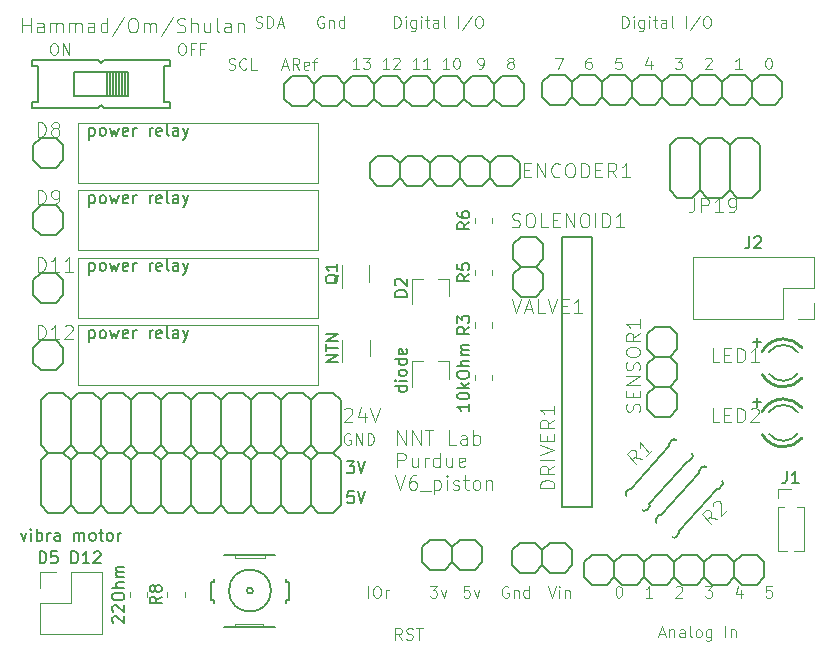
<source format=gbr>
%TF.GenerationSoftware,KiCad,Pcbnew,(5.1.10)-1*%
%TF.CreationDate,2023-04-28T17:41:45-04:00*%
%TF.ProjectId,Arduino_shield,41726475-696e-46f5-9f73-6869656c642e,rev?*%
%TF.SameCoordinates,Original*%
%TF.FileFunction,Legend,Top*%
%TF.FilePolarity,Positive*%
%FSLAX46Y46*%
G04 Gerber Fmt 4.6, Leading zero omitted, Abs format (unit mm)*
G04 Created by KiCad (PCBNEW (5.1.10)-1) date 2023-04-28 17:41:45*
%MOMM*%
%LPD*%
G01*
G04 APERTURE LIST*
%ADD10C,0.150000*%
%ADD11C,0.101600*%
%ADD12C,0.081280*%
%ADD13C,0.127000*%
%ADD14C,0.152400*%
%ADD15C,0.254000*%
%ADD16C,0.050800*%
%ADD17C,0.120000*%
%ADD18C,0.120650*%
G04 APERTURE END LIST*
D10*
X116101904Y-124912380D02*
X116101904Y-123912380D01*
X116340000Y-123912380D01*
X116482857Y-123960000D01*
X116578095Y-124055238D01*
X116625714Y-124150476D01*
X116673333Y-124340952D01*
X116673333Y-124483809D01*
X116625714Y-124674285D01*
X116578095Y-124769523D01*
X116482857Y-124864761D01*
X116340000Y-124912380D01*
X116101904Y-124912380D01*
X117578095Y-123912380D02*
X117101904Y-123912380D01*
X117054285Y-124388571D01*
X117101904Y-124340952D01*
X117197142Y-124293333D01*
X117435238Y-124293333D01*
X117530476Y-124340952D01*
X117578095Y-124388571D01*
X117625714Y-124483809D01*
X117625714Y-124721904D01*
X117578095Y-124817142D01*
X117530476Y-124864761D01*
X117435238Y-124912380D01*
X117197142Y-124912380D01*
X117101904Y-124864761D01*
X117054285Y-124817142D01*
X118800714Y-124912380D02*
X118800714Y-123912380D01*
X119038809Y-123912380D01*
X119181666Y-123960000D01*
X119276904Y-124055238D01*
X119324523Y-124150476D01*
X119372142Y-124340952D01*
X119372142Y-124483809D01*
X119324523Y-124674285D01*
X119276904Y-124769523D01*
X119181666Y-124864761D01*
X119038809Y-124912380D01*
X118800714Y-124912380D01*
X120324523Y-124912380D02*
X119753095Y-124912380D01*
X120038809Y-124912380D02*
X120038809Y-123912380D01*
X119943571Y-124055238D01*
X119848333Y-124150476D01*
X119753095Y-124198095D01*
X120705476Y-124007619D02*
X120753095Y-123960000D01*
X120848333Y-123912380D01*
X121086428Y-123912380D01*
X121181666Y-123960000D01*
X121229285Y-124007619D01*
X121276904Y-124102857D01*
X121276904Y-124198095D01*
X121229285Y-124340952D01*
X120657857Y-124912380D01*
X121276904Y-124912380D01*
X142113095Y-116292380D02*
X142732142Y-116292380D01*
X142398809Y-116673333D01*
X142541666Y-116673333D01*
X142636904Y-116720952D01*
X142684523Y-116768571D01*
X142732142Y-116863809D01*
X142732142Y-117101904D01*
X142684523Y-117197142D01*
X142636904Y-117244761D01*
X142541666Y-117292380D01*
X142255952Y-117292380D01*
X142160714Y-117244761D01*
X142113095Y-117197142D01*
X143017857Y-116292380D02*
X143351190Y-117292380D01*
X143684523Y-116292380D01*
X142684523Y-118832380D02*
X142208333Y-118832380D01*
X142160714Y-119308571D01*
X142208333Y-119260952D01*
X142303571Y-119213333D01*
X142541666Y-119213333D01*
X142636904Y-119260952D01*
X142684523Y-119308571D01*
X142732142Y-119403809D01*
X142732142Y-119641904D01*
X142684523Y-119737142D01*
X142636904Y-119784761D01*
X142541666Y-119832380D01*
X142303571Y-119832380D01*
X142208333Y-119784761D01*
X142160714Y-119737142D01*
X143017857Y-118832380D02*
X143351190Y-119832380D01*
X143684523Y-118832380D01*
D11*
X114653301Y-79952547D02*
X114653301Y-78746047D01*
X114653301Y-79320571D02*
X115342730Y-79320571D01*
X115342730Y-79952547D02*
X115342730Y-78746047D01*
X116434325Y-79952547D02*
X116434325Y-79320571D01*
X116376873Y-79205666D01*
X116261968Y-79148214D01*
X116032159Y-79148214D01*
X115917254Y-79205666D01*
X116434325Y-79895095D02*
X116319420Y-79952547D01*
X116032159Y-79952547D01*
X115917254Y-79895095D01*
X115859801Y-79780190D01*
X115859801Y-79665285D01*
X115917254Y-79550380D01*
X116032159Y-79492928D01*
X116319420Y-79492928D01*
X116434325Y-79435476D01*
X117008849Y-79952547D02*
X117008849Y-79148214D01*
X117008849Y-79263119D02*
X117066301Y-79205666D01*
X117181206Y-79148214D01*
X117353563Y-79148214D01*
X117468468Y-79205666D01*
X117525920Y-79320571D01*
X117525920Y-79952547D01*
X117525920Y-79320571D02*
X117583373Y-79205666D01*
X117698278Y-79148214D01*
X117870635Y-79148214D01*
X117985540Y-79205666D01*
X118042992Y-79320571D01*
X118042992Y-79952547D01*
X118617516Y-79952547D02*
X118617516Y-79148214D01*
X118617516Y-79263119D02*
X118674968Y-79205666D01*
X118789873Y-79148214D01*
X118962230Y-79148214D01*
X119077135Y-79205666D01*
X119134587Y-79320571D01*
X119134587Y-79952547D01*
X119134587Y-79320571D02*
X119192040Y-79205666D01*
X119306944Y-79148214D01*
X119479301Y-79148214D01*
X119594206Y-79205666D01*
X119651659Y-79320571D01*
X119651659Y-79952547D01*
X120743254Y-79952547D02*
X120743254Y-79320571D01*
X120685801Y-79205666D01*
X120570897Y-79148214D01*
X120341087Y-79148214D01*
X120226182Y-79205666D01*
X120743254Y-79895095D02*
X120628349Y-79952547D01*
X120341087Y-79952547D01*
X120226182Y-79895095D01*
X120168730Y-79780190D01*
X120168730Y-79665285D01*
X120226182Y-79550380D01*
X120341087Y-79492928D01*
X120628349Y-79492928D01*
X120743254Y-79435476D01*
X121834849Y-79952547D02*
X121834849Y-78746047D01*
X121834849Y-79895095D02*
X121719944Y-79952547D01*
X121490135Y-79952547D01*
X121375230Y-79895095D01*
X121317778Y-79837642D01*
X121260325Y-79722738D01*
X121260325Y-79378023D01*
X121317778Y-79263119D01*
X121375230Y-79205666D01*
X121490135Y-79148214D01*
X121719944Y-79148214D01*
X121834849Y-79205666D01*
X123271159Y-78688595D02*
X122237016Y-80239809D01*
X123903135Y-78746047D02*
X124132944Y-78746047D01*
X124247849Y-78803500D01*
X124362754Y-78918404D01*
X124420206Y-79148214D01*
X124420206Y-79550380D01*
X124362754Y-79780190D01*
X124247849Y-79895095D01*
X124132944Y-79952547D01*
X123903135Y-79952547D01*
X123788230Y-79895095D01*
X123673325Y-79780190D01*
X123615873Y-79550380D01*
X123615873Y-79148214D01*
X123673325Y-78918404D01*
X123788230Y-78803500D01*
X123903135Y-78746047D01*
X124937278Y-79952547D02*
X124937278Y-79148214D01*
X124937278Y-79263119D02*
X124994730Y-79205666D01*
X125109635Y-79148214D01*
X125281992Y-79148214D01*
X125396897Y-79205666D01*
X125454349Y-79320571D01*
X125454349Y-79952547D01*
X125454349Y-79320571D02*
X125511801Y-79205666D01*
X125626706Y-79148214D01*
X125799063Y-79148214D01*
X125913968Y-79205666D01*
X125971420Y-79320571D01*
X125971420Y-79952547D01*
X127407730Y-78688595D02*
X126373587Y-80239809D01*
X127752444Y-79895095D02*
X127924801Y-79952547D01*
X128212063Y-79952547D01*
X128326968Y-79895095D01*
X128384420Y-79837642D01*
X128441873Y-79722738D01*
X128441873Y-79607833D01*
X128384420Y-79492928D01*
X128326968Y-79435476D01*
X128212063Y-79378023D01*
X127982254Y-79320571D01*
X127867349Y-79263119D01*
X127809897Y-79205666D01*
X127752444Y-79090761D01*
X127752444Y-78975857D01*
X127809897Y-78860952D01*
X127867349Y-78803500D01*
X127982254Y-78746047D01*
X128269516Y-78746047D01*
X128441873Y-78803500D01*
X128958944Y-79952547D02*
X128958944Y-78746047D01*
X129476016Y-79952547D02*
X129476016Y-79320571D01*
X129418563Y-79205666D01*
X129303659Y-79148214D01*
X129131301Y-79148214D01*
X129016397Y-79205666D01*
X128958944Y-79263119D01*
X130567611Y-79148214D02*
X130567611Y-79952547D01*
X130050540Y-79148214D02*
X130050540Y-79780190D01*
X130107992Y-79895095D01*
X130222897Y-79952547D01*
X130395254Y-79952547D01*
X130510159Y-79895095D01*
X130567611Y-79837642D01*
X131314492Y-79952547D02*
X131199587Y-79895095D01*
X131142135Y-79780190D01*
X131142135Y-78746047D01*
X132291182Y-79952547D02*
X132291182Y-79320571D01*
X132233730Y-79205666D01*
X132118825Y-79148214D01*
X131889016Y-79148214D01*
X131774111Y-79205666D01*
X132291182Y-79895095D02*
X132176278Y-79952547D01*
X131889016Y-79952547D01*
X131774111Y-79895095D01*
X131716659Y-79780190D01*
X131716659Y-79665285D01*
X131774111Y-79550380D01*
X131889016Y-79492928D01*
X132176278Y-79492928D01*
X132291182Y-79435476D01*
X132865706Y-79148214D02*
X132865706Y-79952547D01*
X132865706Y-79263119D02*
X132923159Y-79205666D01*
X133038063Y-79148214D01*
X133210420Y-79148214D01*
X133325325Y-79205666D01*
X133382778Y-79320571D01*
X133382778Y-79952547D01*
X146403301Y-114864847D02*
X146403301Y-113658347D01*
X147092730Y-114864847D01*
X147092730Y-113658347D01*
X147667254Y-114864847D02*
X147667254Y-113658347D01*
X148356682Y-114864847D01*
X148356682Y-113658347D01*
X148758849Y-113658347D02*
X149448278Y-113658347D01*
X149103563Y-114864847D02*
X149103563Y-113658347D01*
X151344206Y-114864847D02*
X150769682Y-114864847D01*
X150769682Y-113658347D01*
X152263444Y-114864847D02*
X152263444Y-114232871D01*
X152205992Y-114117966D01*
X152091087Y-114060514D01*
X151861278Y-114060514D01*
X151746373Y-114117966D01*
X152263444Y-114807395D02*
X152148540Y-114864847D01*
X151861278Y-114864847D01*
X151746373Y-114807395D01*
X151688920Y-114692490D01*
X151688920Y-114577585D01*
X151746373Y-114462680D01*
X151861278Y-114405228D01*
X152148540Y-114405228D01*
X152263444Y-114347776D01*
X152837968Y-114864847D02*
X152837968Y-113658347D01*
X152837968Y-114117966D02*
X152952873Y-114060514D01*
X153182682Y-114060514D01*
X153297587Y-114117966D01*
X153355040Y-114175419D01*
X153412492Y-114290323D01*
X153412492Y-114635038D01*
X153355040Y-114749942D01*
X153297587Y-114807395D01*
X153182682Y-114864847D01*
X152952873Y-114864847D01*
X152837968Y-114807395D01*
X146403301Y-116776197D02*
X146403301Y-115569697D01*
X146862920Y-115569697D01*
X146977825Y-115627150D01*
X147035278Y-115684602D01*
X147092730Y-115799507D01*
X147092730Y-115971864D01*
X147035278Y-116086769D01*
X146977825Y-116144221D01*
X146862920Y-116201673D01*
X146403301Y-116201673D01*
X148126873Y-115971864D02*
X148126873Y-116776197D01*
X147609801Y-115971864D02*
X147609801Y-116603840D01*
X147667254Y-116718745D01*
X147782159Y-116776197D01*
X147954516Y-116776197D01*
X148069420Y-116718745D01*
X148126873Y-116661292D01*
X148701397Y-116776197D02*
X148701397Y-115971864D01*
X148701397Y-116201673D02*
X148758849Y-116086769D01*
X148816301Y-116029316D01*
X148931206Y-115971864D01*
X149046111Y-115971864D01*
X149965349Y-116776197D02*
X149965349Y-115569697D01*
X149965349Y-116718745D02*
X149850444Y-116776197D01*
X149620635Y-116776197D01*
X149505730Y-116718745D01*
X149448278Y-116661292D01*
X149390825Y-116546388D01*
X149390825Y-116201673D01*
X149448278Y-116086769D01*
X149505730Y-116029316D01*
X149620635Y-115971864D01*
X149850444Y-115971864D01*
X149965349Y-116029316D01*
X151056944Y-115971864D02*
X151056944Y-116776197D01*
X150539873Y-115971864D02*
X150539873Y-116603840D01*
X150597325Y-116718745D01*
X150712230Y-116776197D01*
X150884587Y-116776197D01*
X150999492Y-116718745D01*
X151056944Y-116661292D01*
X152091087Y-116718745D02*
X151976182Y-116776197D01*
X151746373Y-116776197D01*
X151631468Y-116718745D01*
X151574016Y-116603840D01*
X151574016Y-116144221D01*
X151631468Y-116029316D01*
X151746373Y-115971864D01*
X151976182Y-115971864D01*
X152091087Y-116029316D01*
X152148540Y-116144221D01*
X152148540Y-116259126D01*
X151574016Y-116374030D01*
X146230944Y-117481047D02*
X146633111Y-118687547D01*
X147035278Y-117481047D01*
X147954516Y-117481047D02*
X147724706Y-117481047D01*
X147609801Y-117538500D01*
X147552349Y-117595952D01*
X147437444Y-117768309D01*
X147379992Y-117998119D01*
X147379992Y-118457738D01*
X147437444Y-118572642D01*
X147494897Y-118630095D01*
X147609801Y-118687547D01*
X147839611Y-118687547D01*
X147954516Y-118630095D01*
X148011968Y-118572642D01*
X148069420Y-118457738D01*
X148069420Y-118170476D01*
X148011968Y-118055571D01*
X147954516Y-117998119D01*
X147839611Y-117940666D01*
X147609801Y-117940666D01*
X147494897Y-117998119D01*
X147437444Y-118055571D01*
X147379992Y-118170476D01*
X148299230Y-118802452D02*
X149218468Y-118802452D01*
X149505730Y-117883214D02*
X149505730Y-119089714D01*
X149505730Y-117940666D02*
X149620635Y-117883214D01*
X149850444Y-117883214D01*
X149965349Y-117940666D01*
X150022801Y-117998119D01*
X150080254Y-118113023D01*
X150080254Y-118457738D01*
X150022801Y-118572642D01*
X149965349Y-118630095D01*
X149850444Y-118687547D01*
X149620635Y-118687547D01*
X149505730Y-118630095D01*
X150597325Y-118687547D02*
X150597325Y-117883214D01*
X150597325Y-117481047D02*
X150539873Y-117538500D01*
X150597325Y-117595952D01*
X150654778Y-117538500D01*
X150597325Y-117481047D01*
X150597325Y-117595952D01*
X151114397Y-118630095D02*
X151229301Y-118687547D01*
X151459111Y-118687547D01*
X151574016Y-118630095D01*
X151631468Y-118515190D01*
X151631468Y-118457738D01*
X151574016Y-118342833D01*
X151459111Y-118285380D01*
X151286754Y-118285380D01*
X151171849Y-118227928D01*
X151114397Y-118113023D01*
X151114397Y-118055571D01*
X151171849Y-117940666D01*
X151286754Y-117883214D01*
X151459111Y-117883214D01*
X151574016Y-117940666D01*
X151976182Y-117883214D02*
X152435801Y-117883214D01*
X152148540Y-117481047D02*
X152148540Y-118515190D01*
X152205992Y-118630095D01*
X152320897Y-118687547D01*
X152435801Y-118687547D01*
X153010325Y-118687547D02*
X152895420Y-118630095D01*
X152837968Y-118572642D01*
X152780516Y-118457738D01*
X152780516Y-118113023D01*
X152837968Y-117998119D01*
X152895420Y-117940666D01*
X153010325Y-117883214D01*
X153182682Y-117883214D01*
X153297587Y-117940666D01*
X153355040Y-117998119D01*
X153412492Y-118113023D01*
X153412492Y-118457738D01*
X153355040Y-118572642D01*
X153297587Y-118630095D01*
X153182682Y-118687547D01*
X153010325Y-118687547D01*
X153929563Y-117883214D02*
X153929563Y-118687547D01*
X153929563Y-117998119D02*
X153987016Y-117940666D01*
X154101920Y-117883214D01*
X154274278Y-117883214D01*
X154389182Y-117940666D01*
X154446635Y-118055571D01*
X154446635Y-118687547D01*
D12*
X117217589Y-80878438D02*
X117401436Y-80878438D01*
X117493360Y-80924400D01*
X117585284Y-81016323D01*
X117631246Y-81200171D01*
X117631246Y-81521904D01*
X117585284Y-81705752D01*
X117493360Y-81797676D01*
X117401436Y-81843638D01*
X117217589Y-81843638D01*
X117125665Y-81797676D01*
X117033741Y-81705752D01*
X116987779Y-81521904D01*
X116987779Y-81200171D01*
X117033741Y-81016323D01*
X117125665Y-80924400D01*
X117217589Y-80878438D01*
X118044903Y-81843638D02*
X118044903Y-80878438D01*
X118596446Y-81843638D01*
X118596446Y-80878438D01*
X128064598Y-80878438D02*
X128248446Y-80878438D01*
X128340370Y-80924400D01*
X128432293Y-81016323D01*
X128478255Y-81200171D01*
X128478255Y-81521904D01*
X128432293Y-81705752D01*
X128340370Y-81797676D01*
X128248446Y-81843638D01*
X128064598Y-81843638D01*
X127972674Y-81797676D01*
X127880751Y-81705752D01*
X127834789Y-81521904D01*
X127834789Y-81200171D01*
X127880751Y-81016323D01*
X127972674Y-80924400D01*
X128064598Y-80878438D01*
X129213646Y-81338057D02*
X128891912Y-81338057D01*
X128891912Y-81843638D02*
X128891912Y-80878438D01*
X129351532Y-80878438D01*
X130040960Y-81338057D02*
X129719227Y-81338057D01*
X129719227Y-81843638D02*
X129719227Y-80878438D01*
X130178846Y-80878438D01*
X142393222Y-113969800D02*
X142301298Y-113923838D01*
X142163412Y-113923838D01*
X142025527Y-113969800D01*
X141933603Y-114061723D01*
X141887641Y-114153647D01*
X141841679Y-114337495D01*
X141841679Y-114475380D01*
X141887641Y-114659228D01*
X141933603Y-114751152D01*
X142025527Y-114843076D01*
X142163412Y-114889038D01*
X142255336Y-114889038D01*
X142393222Y-114843076D01*
X142439184Y-114797114D01*
X142439184Y-114475380D01*
X142255336Y-114475380D01*
X142852841Y-114889038D02*
X142852841Y-113923838D01*
X143404384Y-114889038D01*
X143404384Y-113923838D01*
X143864003Y-114889038D02*
X143864003Y-113923838D01*
X144093812Y-113923838D01*
X144231698Y-113969800D01*
X144323622Y-114061723D01*
X144369584Y-114153647D01*
X144415546Y-114337495D01*
X144415546Y-114475380D01*
X144369584Y-114659228D01*
X144323622Y-114751152D01*
X144231698Y-114843076D01*
X144093812Y-114889038D01*
X143864003Y-114889038D01*
D11*
X141900849Y-111880952D02*
X141958301Y-111823500D01*
X142073206Y-111766047D01*
X142360468Y-111766047D01*
X142475373Y-111823500D01*
X142532825Y-111880952D01*
X142590278Y-111995857D01*
X142590278Y-112110761D01*
X142532825Y-112283119D01*
X141843397Y-112972547D01*
X142590278Y-112972547D01*
X143624420Y-112168214D02*
X143624420Y-112972547D01*
X143337159Y-111708595D02*
X143049897Y-112570380D01*
X143796778Y-112570380D01*
X144084040Y-111766047D02*
X144486206Y-112972547D01*
X144888373Y-111766047D01*
D13*
%TO.C,DRIVER1*%
X160312100Y-120116600D02*
X160312100Y-97256600D01*
X160312100Y-97256600D02*
X162852100Y-97256600D01*
X162852100Y-97256600D02*
X162852100Y-120116600D01*
X162852100Y-120116600D02*
X160312100Y-120116600D01*
D14*
%TO.C,VALVE1*%
X156845000Y-99796600D02*
X158115000Y-99796600D01*
X158115000Y-99796600D02*
X158750000Y-100431600D01*
X158750000Y-100431600D02*
X158750000Y-101701600D01*
X158750000Y-101701600D02*
X158115000Y-102336600D01*
X156210000Y-100431600D02*
X156210000Y-101701600D01*
X156845000Y-99796600D02*
X156210000Y-100431600D01*
X156210000Y-101701600D02*
X156845000Y-102336600D01*
X158115000Y-102336600D02*
X156845000Y-102336600D01*
%TO.C,SOLENOID1*%
X156845000Y-97256600D02*
X158115000Y-97256600D01*
X158115000Y-97256600D02*
X158750000Y-97891600D01*
X158750000Y-97891600D02*
X158750000Y-99161600D01*
X158750000Y-99161600D02*
X158115000Y-99796600D01*
X156210000Y-97891600D02*
X156210000Y-99161600D01*
X156845000Y-97256600D02*
X156210000Y-97891600D01*
X156210000Y-99161600D02*
X156845000Y-99796600D01*
X158115000Y-99796600D02*
X156845000Y-99796600D01*
%TO.C,SENSOR1*%
X170091100Y-105511600D02*
X170091100Y-106781600D01*
X170091100Y-106781600D02*
X169456100Y-107416600D01*
X169456100Y-107416600D02*
X168186100Y-107416600D01*
X168186100Y-107416600D02*
X167551100Y-106781600D01*
X169456100Y-107416600D02*
X170091100Y-108051600D01*
X170091100Y-108051600D02*
X170091100Y-109321600D01*
X170091100Y-109321600D02*
X169456100Y-109956600D01*
X169456100Y-109956600D02*
X168186100Y-109956600D01*
X168186100Y-109956600D02*
X167551100Y-109321600D01*
X167551100Y-109321600D02*
X167551100Y-108051600D01*
X167551100Y-108051600D02*
X168186100Y-107416600D01*
X169456100Y-104876600D02*
X168186100Y-104876600D01*
X170091100Y-105511600D02*
X169456100Y-104876600D01*
X168186100Y-104876600D02*
X167551100Y-105511600D01*
X167551100Y-106781600D02*
X167551100Y-105511600D01*
X169456100Y-109956600D02*
X170091100Y-110591600D01*
X170091100Y-110591600D02*
X170091100Y-111861600D01*
X170091100Y-111861600D02*
X169456100Y-112496600D01*
X169456100Y-112496600D02*
X168186100Y-112496600D01*
X168186100Y-112496600D02*
X167551100Y-111861600D01*
X167551100Y-111861600D02*
X167551100Y-110591600D01*
X167551100Y-110591600D02*
X168186100Y-109956600D01*
D13*
%TO.C,LED1*%
X176479200Y-106222800D02*
X177215800Y-106222800D01*
X176834800Y-106629200D02*
X176834800Y-105841800D01*
D15*
X179070000Y-109982000D02*
G75*
G02*
X177305700Y-108958200I-56J2032000D01*
G01*
X180621200Y-109262600D02*
G75*
G02*
X179070000Y-109982000I-1551163J1312600D01*
G01*
X179070000Y-105918000D02*
G75*
G03*
X177277100Y-106993800I60J-2032000D01*
G01*
X180631000Y-106649100D02*
G75*
G03*
X179070000Y-105918000I-1560988J-1300900D01*
G01*
D14*
X179070000Y-109474000D02*
G75*
G02*
X177867000Y-108885600I8J1524000D01*
G01*
X180273000Y-108885600D02*
G75*
G02*
X179070000Y-109474000I-1203008J935600D01*
G01*
X179070000Y-106426000D02*
G75*
G03*
X177850800Y-107035600I0J-1524000D01*
G01*
X180310100Y-107064199D02*
G75*
G03*
X179070000Y-106426000I-1240134J-885801D01*
G01*
D13*
%TO.C,LED2*%
X176479200Y-111302800D02*
X177215800Y-111302800D01*
X176834800Y-111709200D02*
X176834800Y-110921800D01*
D15*
X179070000Y-115062000D02*
G75*
G02*
X177305700Y-114038200I-56J2032000D01*
G01*
X180621200Y-114342600D02*
G75*
G02*
X179070000Y-115062000I-1551163J1312600D01*
G01*
X179070000Y-110998000D02*
G75*
G03*
X177277100Y-112073800I60J-2032000D01*
G01*
X180631000Y-111729100D02*
G75*
G03*
X179070000Y-110998000I-1560988J-1300900D01*
G01*
D14*
X179070000Y-114554000D02*
G75*
G02*
X177867000Y-113965600I8J1524000D01*
G01*
X180273000Y-113965600D02*
G75*
G02*
X179070000Y-114554000I-1203008J935600D01*
G01*
X179070000Y-111506000D02*
G75*
G03*
X177850800Y-112115600I0J-1524000D01*
G01*
X180310100Y-112144199D02*
G75*
G03*
X179070000Y-111506000I-1240134J-885801D01*
G01*
%TO.C,ENCODER1*%
X148501100Y-92938600D02*
X147231100Y-92938600D01*
X147231100Y-92938600D02*
X146596100Y-92303600D01*
X146596100Y-92303600D02*
X146596100Y-91033600D01*
X146596100Y-91033600D02*
X147231100Y-90398600D01*
X151676100Y-92303600D02*
X151041100Y-92938600D01*
X151041100Y-92938600D02*
X149771100Y-92938600D01*
X149771100Y-92938600D02*
X149136100Y-92303600D01*
X149136100Y-92303600D02*
X149136100Y-91033600D01*
X149136100Y-91033600D02*
X149771100Y-90398600D01*
X149771100Y-90398600D02*
X151041100Y-90398600D01*
X151041100Y-90398600D02*
X151676100Y-91033600D01*
X148501100Y-92938600D02*
X149136100Y-92303600D01*
X149136100Y-91033600D02*
X148501100Y-90398600D01*
X147231100Y-90398600D02*
X148501100Y-90398600D01*
X156121100Y-92938600D02*
X154851100Y-92938600D01*
X154851100Y-92938600D02*
X154216100Y-92303600D01*
X154216100Y-92303600D02*
X154216100Y-91033600D01*
X154216100Y-91033600D02*
X154851100Y-90398600D01*
X154216100Y-92303600D02*
X153581100Y-92938600D01*
X153581100Y-92938600D02*
X152311100Y-92938600D01*
X152311100Y-92938600D02*
X151676100Y-92303600D01*
X151676100Y-92303600D02*
X151676100Y-91033600D01*
X151676100Y-91033600D02*
X152311100Y-90398600D01*
X152311100Y-90398600D02*
X153581100Y-90398600D01*
X153581100Y-90398600D02*
X154216100Y-91033600D01*
X156756100Y-92303600D02*
X156756100Y-91033600D01*
X156121100Y-92938600D02*
X156756100Y-92303600D01*
X156756100Y-91033600D02*
X156121100Y-90398600D01*
X154851100Y-90398600D02*
X156121100Y-90398600D01*
X145961100Y-92938600D02*
X144691100Y-92938600D01*
X144691100Y-92938600D02*
X144056100Y-92303600D01*
X144056100Y-92303600D02*
X144056100Y-91033600D01*
X144056100Y-91033600D02*
X144691100Y-90398600D01*
X145961100Y-92938600D02*
X146596100Y-92303600D01*
X146596100Y-91033600D02*
X145961100Y-90398600D01*
X144691100Y-90398600D02*
X145961100Y-90398600D01*
%TO.C,JP7*%
X163106100Y-86080600D02*
X161836100Y-86080600D01*
X161836100Y-86080600D02*
X161201100Y-85445600D01*
X161201100Y-85445600D02*
X161201100Y-84175600D01*
X161201100Y-84175600D02*
X161836100Y-83540600D01*
X166281100Y-85445600D02*
X165646100Y-86080600D01*
X165646100Y-86080600D02*
X164376100Y-86080600D01*
X164376100Y-86080600D02*
X163741100Y-85445600D01*
X163741100Y-85445600D02*
X163741100Y-84175600D01*
X163741100Y-84175600D02*
X164376100Y-83540600D01*
X164376100Y-83540600D02*
X165646100Y-83540600D01*
X165646100Y-83540600D02*
X166281100Y-84175600D01*
X163106100Y-86080600D02*
X163741100Y-85445600D01*
X163741100Y-84175600D02*
X163106100Y-83540600D01*
X161836100Y-83540600D02*
X163106100Y-83540600D01*
X170726100Y-86080600D02*
X169456100Y-86080600D01*
X169456100Y-86080600D02*
X168821100Y-85445600D01*
X168821100Y-85445600D02*
X168821100Y-84175600D01*
X168821100Y-84175600D02*
X169456100Y-83540600D01*
X168821100Y-85445600D02*
X168186100Y-86080600D01*
X168186100Y-86080600D02*
X166916100Y-86080600D01*
X166916100Y-86080600D02*
X166281100Y-85445600D01*
X166281100Y-85445600D02*
X166281100Y-84175600D01*
X166281100Y-84175600D02*
X166916100Y-83540600D01*
X166916100Y-83540600D02*
X168186100Y-83540600D01*
X168186100Y-83540600D02*
X168821100Y-84175600D01*
X173901100Y-85445600D02*
X173266100Y-86080600D01*
X173266100Y-86080600D02*
X171996100Y-86080600D01*
X171996100Y-86080600D02*
X171361100Y-85445600D01*
X171361100Y-85445600D02*
X171361100Y-84175600D01*
X171361100Y-84175600D02*
X171996100Y-83540600D01*
X171996100Y-83540600D02*
X173266100Y-83540600D01*
X173266100Y-83540600D02*
X173901100Y-84175600D01*
X170726100Y-86080600D02*
X171361100Y-85445600D01*
X171361100Y-84175600D02*
X170726100Y-83540600D01*
X169456100Y-83540600D02*
X170726100Y-83540600D01*
X178346100Y-86080600D02*
X177076100Y-86080600D01*
X177076100Y-86080600D02*
X176441100Y-85445600D01*
X176441100Y-85445600D02*
X176441100Y-84175600D01*
X176441100Y-84175600D02*
X177076100Y-83540600D01*
X176441100Y-85445600D02*
X175806100Y-86080600D01*
X175806100Y-86080600D02*
X174536100Y-86080600D01*
X174536100Y-86080600D02*
X173901100Y-85445600D01*
X173901100Y-85445600D02*
X173901100Y-84175600D01*
X173901100Y-84175600D02*
X174536100Y-83540600D01*
X174536100Y-83540600D02*
X175806100Y-83540600D01*
X175806100Y-83540600D02*
X176441100Y-84175600D01*
X178981100Y-85445600D02*
X178981100Y-84175600D01*
X178346100Y-86080600D02*
X178981100Y-85445600D01*
X178981100Y-84175600D02*
X178346100Y-83540600D01*
X177076100Y-83540600D02*
X178346100Y-83540600D01*
X160566100Y-86080600D02*
X159296100Y-86080600D01*
X159296100Y-86080600D02*
X158661100Y-85445600D01*
X158661100Y-85445600D02*
X158661100Y-84175600D01*
X158661100Y-84175600D02*
X159296100Y-83540600D01*
X160566100Y-86080600D02*
X161201100Y-85445600D01*
X161201100Y-84175600D02*
X160566100Y-83540600D01*
X159296100Y-83540600D02*
X160566100Y-83540600D01*
%TO.C,JP9*%
X152946100Y-125450600D02*
X151676100Y-125450600D01*
X151676100Y-125450600D02*
X151041100Y-124815600D01*
X151041100Y-124815600D02*
X151041100Y-123545600D01*
X151041100Y-123545600D02*
X151676100Y-122910600D01*
X153581100Y-124815600D02*
X153581100Y-123545600D01*
X152946100Y-125450600D02*
X153581100Y-124815600D01*
X153581100Y-123545600D02*
X152946100Y-122910600D01*
X151676100Y-122910600D02*
X152946100Y-122910600D01*
X151041100Y-124815600D02*
X150406100Y-125450600D01*
X150406100Y-125450600D02*
X149136100Y-125450600D01*
X149136100Y-125450600D02*
X148501100Y-124815600D01*
X148501100Y-124815600D02*
X148501100Y-123545600D01*
X148501100Y-123545600D02*
X149136100Y-122910600D01*
X149136100Y-122910600D02*
X150406100Y-122910600D01*
X150406100Y-122910600D02*
X151041100Y-123545600D01*
%TO.C,JP10*%
X160566100Y-125704600D02*
X159296100Y-125704600D01*
X159296100Y-125704600D02*
X158661100Y-125069600D01*
X158661100Y-125069600D02*
X158661100Y-123799600D01*
X158661100Y-123799600D02*
X159296100Y-123164600D01*
X161201100Y-125069600D02*
X161201100Y-123799600D01*
X160566100Y-125704600D02*
X161201100Y-125069600D01*
X161201100Y-123799600D02*
X160566100Y-123164600D01*
X159296100Y-123164600D02*
X160566100Y-123164600D01*
X158661100Y-125069600D02*
X158026100Y-125704600D01*
X158026100Y-125704600D02*
X156756100Y-125704600D01*
X156756100Y-125704600D02*
X156121100Y-125069600D01*
X156121100Y-125069600D02*
X156121100Y-123799600D01*
X156121100Y-123799600D02*
X156756100Y-123164600D01*
X156756100Y-123164600D02*
X158026100Y-123164600D01*
X158026100Y-123164600D02*
X158661100Y-123799600D01*
%TO.C,JP8*%
X141262100Y-86207600D02*
X139992100Y-86207600D01*
X139992100Y-86207600D02*
X139357100Y-85572600D01*
X139357100Y-85572600D02*
X139357100Y-84302600D01*
X139357100Y-84302600D02*
X139992100Y-83667600D01*
X144437100Y-85572600D02*
X143802100Y-86207600D01*
X143802100Y-86207600D02*
X142532100Y-86207600D01*
X142532100Y-86207600D02*
X141897100Y-85572600D01*
X141897100Y-85572600D02*
X141897100Y-84302600D01*
X141897100Y-84302600D02*
X142532100Y-83667600D01*
X142532100Y-83667600D02*
X143802100Y-83667600D01*
X143802100Y-83667600D02*
X144437100Y-84302600D01*
X141262100Y-86207600D02*
X141897100Y-85572600D01*
X141897100Y-84302600D02*
X141262100Y-83667600D01*
X139992100Y-83667600D02*
X141262100Y-83667600D01*
X148882100Y-86207600D02*
X147612100Y-86207600D01*
X147612100Y-86207600D02*
X146977100Y-85572600D01*
X146977100Y-85572600D02*
X146977100Y-84302600D01*
X146977100Y-84302600D02*
X147612100Y-83667600D01*
X146977100Y-85572600D02*
X146342100Y-86207600D01*
X146342100Y-86207600D02*
X145072100Y-86207600D01*
X145072100Y-86207600D02*
X144437100Y-85572600D01*
X144437100Y-85572600D02*
X144437100Y-84302600D01*
X144437100Y-84302600D02*
X145072100Y-83667600D01*
X145072100Y-83667600D02*
X146342100Y-83667600D01*
X146342100Y-83667600D02*
X146977100Y-84302600D01*
X152057100Y-85572600D02*
X151422100Y-86207600D01*
X151422100Y-86207600D02*
X150152100Y-86207600D01*
X150152100Y-86207600D02*
X149517100Y-85572600D01*
X149517100Y-85572600D02*
X149517100Y-84302600D01*
X149517100Y-84302600D02*
X150152100Y-83667600D01*
X150152100Y-83667600D02*
X151422100Y-83667600D01*
X151422100Y-83667600D02*
X152057100Y-84302600D01*
X148882100Y-86207600D02*
X149517100Y-85572600D01*
X149517100Y-84302600D02*
X148882100Y-83667600D01*
X147612100Y-83667600D02*
X148882100Y-83667600D01*
X156502100Y-86207600D02*
X155232100Y-86207600D01*
X155232100Y-86207600D02*
X154597100Y-85572600D01*
X154597100Y-85572600D02*
X154597100Y-84302600D01*
X154597100Y-84302600D02*
X155232100Y-83667600D01*
X154597100Y-85572600D02*
X153962100Y-86207600D01*
X153962100Y-86207600D02*
X152692100Y-86207600D01*
X152692100Y-86207600D02*
X152057100Y-85572600D01*
X152057100Y-85572600D02*
X152057100Y-84302600D01*
X152057100Y-84302600D02*
X152692100Y-83667600D01*
X152692100Y-83667600D02*
X153962100Y-83667600D01*
X153962100Y-83667600D02*
X154597100Y-84302600D01*
X157137100Y-85572600D02*
X157137100Y-84302600D01*
X156502100Y-86207600D02*
X157137100Y-85572600D01*
X157137100Y-84302600D02*
X156502100Y-83667600D01*
X155232100Y-83667600D02*
X156502100Y-83667600D01*
X138722100Y-86207600D02*
X137452100Y-86207600D01*
X137452100Y-86207600D02*
X136817100Y-85572600D01*
X136817100Y-85572600D02*
X136817100Y-84302600D01*
X136817100Y-84302600D02*
X137452100Y-83667600D01*
X138722100Y-86207600D02*
X139357100Y-85572600D01*
X139357100Y-84302600D02*
X138722100Y-83667600D01*
X137452100Y-83667600D02*
X138722100Y-83667600D01*
%TO.C,JP11*%
X170472100Y-124180600D02*
X171742100Y-124180600D01*
X171742100Y-124180600D02*
X172377100Y-124815600D01*
X172377100Y-124815600D02*
X172377100Y-126085600D01*
X172377100Y-126085600D02*
X171742100Y-126720600D01*
X172377100Y-124815600D02*
X173012100Y-124180600D01*
X173012100Y-124180600D02*
X174282100Y-124180600D01*
X174282100Y-124180600D02*
X174917100Y-124815600D01*
X174917100Y-124815600D02*
X174917100Y-126085600D01*
X174917100Y-126085600D02*
X174282100Y-126720600D01*
X174282100Y-126720600D02*
X173012100Y-126720600D01*
X173012100Y-126720600D02*
X172377100Y-126085600D01*
X167297100Y-124815600D02*
X167932100Y-124180600D01*
X167932100Y-124180600D02*
X169202100Y-124180600D01*
X169202100Y-124180600D02*
X169837100Y-124815600D01*
X169837100Y-124815600D02*
X169837100Y-126085600D01*
X169837100Y-126085600D02*
X169202100Y-126720600D01*
X169202100Y-126720600D02*
X167932100Y-126720600D01*
X167932100Y-126720600D02*
X167297100Y-126085600D01*
X170472100Y-124180600D02*
X169837100Y-124815600D01*
X169837100Y-126085600D02*
X170472100Y-126720600D01*
X171742100Y-126720600D02*
X170472100Y-126720600D01*
X162852100Y-124180600D02*
X164122100Y-124180600D01*
X164122100Y-124180600D02*
X164757100Y-124815600D01*
X164757100Y-124815600D02*
X164757100Y-126085600D01*
X164757100Y-126085600D02*
X164122100Y-126720600D01*
X164757100Y-124815600D02*
X165392100Y-124180600D01*
X165392100Y-124180600D02*
X166662100Y-124180600D01*
X166662100Y-124180600D02*
X167297100Y-124815600D01*
X167297100Y-124815600D02*
X167297100Y-126085600D01*
X167297100Y-126085600D02*
X166662100Y-126720600D01*
X166662100Y-126720600D02*
X165392100Y-126720600D01*
X165392100Y-126720600D02*
X164757100Y-126085600D01*
X162217100Y-124815600D02*
X162217100Y-126085600D01*
X162852100Y-124180600D02*
X162217100Y-124815600D01*
X162217100Y-126085600D02*
X162852100Y-126720600D01*
X164122100Y-126720600D02*
X162852100Y-126720600D01*
X175552100Y-124180600D02*
X176822100Y-124180600D01*
X176822100Y-124180600D02*
X177457100Y-124815600D01*
X177457100Y-124815600D02*
X177457100Y-126085600D01*
X177457100Y-126085600D02*
X176822100Y-126720600D01*
X175552100Y-124180600D02*
X174917100Y-124815600D01*
X174917100Y-126085600D02*
X175552100Y-126720600D01*
X176822100Y-126720600D02*
X175552100Y-126720600D01*
%TO.C,JP17*%
X116205000Y-114935000D02*
X116840000Y-115570000D01*
X118110000Y-115570000D02*
X118745000Y-114935000D01*
X118745000Y-114935000D02*
X119380000Y-115570000D01*
X120650000Y-115570000D02*
X121285000Y-114935000D01*
X121285000Y-114935000D02*
X121920000Y-115570000D01*
X123190000Y-115570000D02*
X123825000Y-114935000D01*
X123825000Y-114935000D02*
X124460000Y-115570000D01*
X125730000Y-115570000D02*
X126365000Y-114935000D01*
X126365000Y-114935000D02*
X127000000Y-115570000D01*
X128270000Y-115570000D02*
X128905000Y-114935000D01*
X128905000Y-114935000D02*
X129540000Y-115570000D01*
X130810000Y-115570000D02*
X131445000Y-114935000D01*
X116205000Y-114935000D02*
X116205000Y-111125000D01*
X116205000Y-111125000D02*
X116840000Y-110490000D01*
X116840000Y-110490000D02*
X118110000Y-110490000D01*
X118110000Y-110490000D02*
X118745000Y-111125000D01*
X118745000Y-111125000D02*
X119380000Y-110490000D01*
X119380000Y-110490000D02*
X120650000Y-110490000D01*
X120650000Y-110490000D02*
X121285000Y-111125000D01*
X121285000Y-111125000D02*
X121920000Y-110490000D01*
X121920000Y-110490000D02*
X123190000Y-110490000D01*
X123190000Y-110490000D02*
X123825000Y-111125000D01*
X123825000Y-111125000D02*
X124460000Y-110490000D01*
X124460000Y-110490000D02*
X125730000Y-110490000D01*
X125730000Y-110490000D02*
X126365000Y-111125000D01*
X126365000Y-111125000D02*
X127000000Y-110490000D01*
X127000000Y-110490000D02*
X128270000Y-110490000D01*
X128270000Y-110490000D02*
X128905000Y-111125000D01*
X128905000Y-111125000D02*
X129540000Y-110490000D01*
X129540000Y-110490000D02*
X130810000Y-110490000D01*
X130810000Y-110490000D02*
X131445000Y-111125000D01*
X131445000Y-111125000D02*
X132080000Y-110490000D01*
X132080000Y-110490000D02*
X133350000Y-110490000D01*
X133350000Y-110490000D02*
X133985000Y-111125000D01*
X133985000Y-111125000D02*
X134620000Y-110490000D01*
X134620000Y-110490000D02*
X135890000Y-110490000D01*
X135890000Y-110490000D02*
X136525000Y-111125000D01*
X136525000Y-111125000D02*
X137160000Y-110490000D01*
X137160000Y-110490000D02*
X138430000Y-110490000D01*
X138430000Y-110490000D02*
X139065000Y-111125000D01*
X139065000Y-114935000D02*
X138430000Y-115570000D01*
X136525000Y-114935000D02*
X137160000Y-115570000D01*
X136525000Y-114935000D02*
X135890000Y-115570000D01*
X133985000Y-114935000D02*
X134620000Y-115570000D01*
X133985000Y-114935000D02*
X133350000Y-115570000D01*
X131445000Y-114935000D02*
X132080000Y-115570000D01*
X118745000Y-111125000D02*
X118745000Y-114935000D01*
X121285000Y-111125000D02*
X121285000Y-114935000D01*
X123825000Y-111125000D02*
X123825000Y-114935000D01*
X126365000Y-111125000D02*
X126365000Y-114935000D01*
X128905000Y-111125000D02*
X128905000Y-114935000D01*
X131445000Y-111125000D02*
X131445000Y-114935000D01*
X133985000Y-111125000D02*
X133985000Y-114935000D01*
X136525000Y-111125000D02*
X136525000Y-114935000D01*
X139065000Y-111125000D02*
X139065000Y-114935000D01*
X137160000Y-115570000D02*
X138430000Y-115570000D01*
X134620000Y-115570000D02*
X135890000Y-115570000D01*
X132080000Y-115570000D02*
X133350000Y-115570000D01*
X129540000Y-115570000D02*
X130810000Y-115570000D01*
X127000000Y-115570000D02*
X128270000Y-115570000D01*
X124460000Y-115570000D02*
X125730000Y-115570000D01*
X121920000Y-115570000D02*
X123190000Y-115570000D01*
X119380000Y-115570000D02*
X120650000Y-115570000D01*
X116840000Y-115570000D02*
X118110000Y-115570000D01*
X139065000Y-111125000D02*
X139700000Y-110490000D01*
X139700000Y-110490000D02*
X140970000Y-110490000D01*
X140970000Y-110490000D02*
X141605000Y-111125000D01*
X141605000Y-114935000D02*
X140970000Y-115570000D01*
X139065000Y-114935000D02*
X139700000Y-115570000D01*
X141605000Y-111125000D02*
X141605000Y-114935000D01*
X139700000Y-115570000D02*
X140970000Y-115570000D01*
%TO.C,JP19*%
X169456100Y-93319600D02*
X170091100Y-93954600D01*
X171361100Y-93954600D02*
X171996100Y-93319600D01*
X171996100Y-93319600D02*
X172631100Y-93954600D01*
X173901100Y-93954600D02*
X174536100Y-93319600D01*
X169456100Y-93319600D02*
X169456100Y-89509600D01*
X169456100Y-89509600D02*
X170091100Y-88874600D01*
X170091100Y-88874600D02*
X171361100Y-88874600D01*
X171361100Y-88874600D02*
X171996100Y-89509600D01*
X171996100Y-89509600D02*
X172631100Y-88874600D01*
X172631100Y-88874600D02*
X173901100Y-88874600D01*
X173901100Y-88874600D02*
X174536100Y-89509600D01*
X171996100Y-89509600D02*
X171996100Y-93319600D01*
X174536100Y-89509600D02*
X174536100Y-93319600D01*
X172631100Y-93954600D02*
X173901100Y-93954600D01*
X170091100Y-93954600D02*
X171361100Y-93954600D01*
X174536100Y-93319600D02*
X175171100Y-93954600D01*
X176441100Y-93954600D02*
X177076100Y-93319600D01*
X174536100Y-89509600D02*
X175171100Y-88874600D01*
X175171100Y-88874600D02*
X176441100Y-88874600D01*
X176441100Y-88874600D02*
X177076100Y-89509600D01*
X177076100Y-89509600D02*
X177076100Y-93319600D01*
X175171100Y-93954600D02*
X176441100Y-93954600D01*
%TO.C,R1*%
X171356169Y-116014405D02*
X171104209Y-116300197D01*
X170924958Y-116311475D02*
X171104209Y-116300197D01*
X169641415Y-114502646D02*
X169389455Y-114788438D01*
X169400733Y-114967689D02*
X169389455Y-114788438D01*
X167733467Y-119931511D02*
X167744745Y-120110762D01*
X167733467Y-119931511D02*
X170924958Y-116311475D01*
X166209242Y-118587725D02*
X166029991Y-118599003D01*
X166209242Y-118587725D02*
X169400733Y-114967689D01*
X167492785Y-120396554D02*
X167744745Y-120110762D01*
X165778031Y-118884795D02*
X166029991Y-118599003D01*
X167134284Y-120419109D02*
G75*
G03*
X167492785Y-120396554I167973J190528D01*
G01*
X165800586Y-119243296D02*
G75*
G02*
X165778031Y-118884795I167973J190528D01*
G01*
X169641415Y-114502646D02*
G75*
G02*
X169999916Y-114480091I190528J-167973D01*
G01*
X171356169Y-116014405D02*
G75*
G03*
X171333614Y-115655904I-190528J167973D01*
G01*
%TO.C,R2*%
X173906120Y-118319911D02*
X173652172Y-118603938D01*
X173472846Y-118613963D02*
X173652172Y-118603938D01*
X172201962Y-116796218D02*
X171948013Y-117080244D01*
X171958039Y-117259569D02*
X171948013Y-117080244D01*
X170256161Y-122211631D02*
X170266187Y-122390956D01*
X170256161Y-122211631D02*
X173472846Y-118613963D01*
X168741354Y-120857237D02*
X168562028Y-120867262D01*
X168741354Y-120857237D02*
X171958039Y-117259569D01*
X170012238Y-122674982D02*
X170266187Y-122390956D01*
X168308080Y-121151289D02*
X168562028Y-120867262D01*
X169653588Y-122695034D02*
G75*
G03*
X170012238Y-122674982I169299J189351D01*
G01*
X168328131Y-121509938D02*
G75*
G02*
X168308080Y-121151289I169299J189350D01*
G01*
X172201962Y-116796218D02*
G75*
G02*
X172560612Y-116776166I189351J-169299D01*
G01*
X173906121Y-118319911D02*
G75*
G03*
X173886069Y-117961261I-189351J169299D01*
G01*
D13*
%TO.C,S1*%
X127165100Y-86334600D02*
X121577100Y-86334600D01*
X121577100Y-86334600D02*
X121323100Y-86080600D01*
X121323100Y-86080600D02*
X121069100Y-86334600D01*
X121069100Y-86334600D02*
X115481100Y-86334600D01*
X115481100Y-86334600D02*
X115481100Y-85826600D01*
X115481100Y-85826600D02*
X115989100Y-85826600D01*
X115989100Y-85826600D02*
X115989100Y-82778600D01*
X115989100Y-82778600D02*
X115481100Y-82778600D01*
X115481100Y-82778600D02*
X115481100Y-82270600D01*
X115481100Y-82270600D02*
X121069100Y-82270600D01*
X121069100Y-82270600D02*
X121323100Y-82524600D01*
X121323100Y-82524600D02*
X121577100Y-82270600D01*
X121577100Y-82270600D02*
X127165100Y-82270600D01*
X127165100Y-82270600D02*
X127165100Y-82778600D01*
X127165100Y-82778600D02*
X126657100Y-82778600D01*
X126657100Y-82778600D02*
X126657100Y-85826600D01*
X126657100Y-85826600D02*
X127165100Y-85826600D01*
X127165100Y-85826600D02*
X127165100Y-86334600D01*
X123609100Y-85318600D02*
X119037100Y-85318600D01*
X119037100Y-85318600D02*
X119037100Y-83286600D01*
X119037100Y-83286600D02*
X123609100Y-83286600D01*
X123609100Y-83286600D02*
X123609100Y-85318600D01*
X123355100Y-85318600D02*
X123355100Y-83286600D01*
X123101100Y-83286600D02*
X123101100Y-85318600D01*
X122847100Y-85318600D02*
X122847100Y-83286600D01*
X122593100Y-83286600D02*
X122593100Y-85318600D01*
X122339100Y-85318600D02*
X122339100Y-83286600D01*
X122085100Y-83286600D02*
X122085100Y-85318600D01*
X121831100Y-85318600D02*
X121831100Y-83286600D01*
D14*
%TO.C,S2*%
X137210800Y-127990600D02*
X136956800Y-127990600D01*
X137210800Y-127990600D02*
X137210800Y-126466600D01*
X136956800Y-126466600D02*
X137210800Y-126466600D01*
X130606800Y-126466600D02*
X130860800Y-126466600D01*
X130606800Y-126466600D02*
X130606800Y-127990600D01*
X130860800Y-127990600D02*
X130606800Y-127990600D01*
D16*
X132638800Y-124180600D02*
X132638800Y-124434600D01*
X135178800Y-124434600D02*
X132638800Y-124434600D01*
X135178800Y-124434600D02*
X135178800Y-124180600D01*
X135051800Y-130022600D02*
X132638800Y-130022600D01*
X135051800Y-130022600D02*
X135051800Y-130276600D01*
X132638800Y-130022600D02*
X132638800Y-130276600D01*
D14*
X131749800Y-130276600D02*
X132638800Y-130276600D01*
X136067800Y-124180600D02*
X135178800Y-124180600D01*
X135178800Y-124180600D02*
X132638800Y-124180600D01*
X132638800Y-124180600D02*
X131749800Y-124180600D01*
X132638800Y-130276600D02*
X135051800Y-130276600D01*
X135051800Y-130276600D02*
X136067800Y-130276600D01*
X136956800Y-127990600D02*
X136956800Y-128244600D01*
X136956800Y-126466600D02*
X136956800Y-126212600D01*
X130860800Y-127990600D02*
X130860800Y-128244600D01*
X130860800Y-126466600D02*
X130860800Y-126212600D01*
X135686800Y-127228600D02*
G75*
G03*
X135686800Y-127228600I-1778000J0D01*
G01*
X134162800Y-127228600D02*
G75*
G03*
X134162800Y-127228600I-254000J0D01*
G01*
D17*
%TO.C,J2*%
X181670000Y-99000000D02*
X181670000Y-101600000D01*
X181670000Y-99000000D02*
X171390000Y-99000000D01*
X171390000Y-99000000D02*
X171390000Y-104200000D01*
X179070000Y-104200000D02*
X171390000Y-104200000D01*
X179070000Y-101600000D02*
X179070000Y-104200000D01*
X181670000Y-101600000D02*
X179070000Y-101600000D01*
X181670000Y-104200000D02*
X180340000Y-104200000D01*
X181670000Y-102870000D02*
X181670000Y-104200000D01*
%TO.C,power relay*%
X139700000Y-87630000D02*
X139700000Y-92710000D01*
X139700000Y-92710000D02*
X119380000Y-92710000D01*
X119380000Y-92710000D02*
X119380000Y-87630000D01*
X119380000Y-87630000D02*
X139700000Y-87630000D01*
X119380000Y-99060000D02*
X139700000Y-99060000D01*
X119380000Y-104140000D02*
X119380000Y-99060000D01*
X139700000Y-104140000D02*
X119380000Y-104140000D01*
X139700000Y-99060000D02*
X139700000Y-104140000D01*
X139700000Y-104775000D02*
X139700000Y-109855000D01*
X139700000Y-109855000D02*
X119380000Y-109855000D01*
X119380000Y-109855000D02*
X119380000Y-104775000D01*
X119380000Y-104775000D02*
X139700000Y-104775000D01*
D14*
%TO.C,JP16*%
X116205000Y-120015000D02*
X116840000Y-120650000D01*
X118110000Y-120650000D02*
X118745000Y-120015000D01*
X118745000Y-120015000D02*
X119380000Y-120650000D01*
X120650000Y-120650000D02*
X121285000Y-120015000D01*
X121285000Y-120015000D02*
X121920000Y-120650000D01*
X123190000Y-120650000D02*
X123825000Y-120015000D01*
X123825000Y-120015000D02*
X124460000Y-120650000D01*
X125730000Y-120650000D02*
X126365000Y-120015000D01*
X126365000Y-120015000D02*
X127000000Y-120650000D01*
X128270000Y-120650000D02*
X128905000Y-120015000D01*
X128905000Y-120015000D02*
X129540000Y-120650000D01*
X130810000Y-120650000D02*
X131445000Y-120015000D01*
X116205000Y-120015000D02*
X116205000Y-116205000D01*
X116205000Y-116205000D02*
X116840000Y-115570000D01*
X116840000Y-115570000D02*
X118110000Y-115570000D01*
X118110000Y-115570000D02*
X118745000Y-116205000D01*
X118745000Y-116205000D02*
X119380000Y-115570000D01*
X119380000Y-115570000D02*
X120650000Y-115570000D01*
X120650000Y-115570000D02*
X121285000Y-116205000D01*
X121285000Y-116205000D02*
X121920000Y-115570000D01*
X121920000Y-115570000D02*
X123190000Y-115570000D01*
X123190000Y-115570000D02*
X123825000Y-116205000D01*
X123825000Y-116205000D02*
X124460000Y-115570000D01*
X124460000Y-115570000D02*
X125730000Y-115570000D01*
X125730000Y-115570000D02*
X126365000Y-116205000D01*
X126365000Y-116205000D02*
X127000000Y-115570000D01*
X127000000Y-115570000D02*
X128270000Y-115570000D01*
X128270000Y-115570000D02*
X128905000Y-116205000D01*
X128905000Y-116205000D02*
X129540000Y-115570000D01*
X129540000Y-115570000D02*
X130810000Y-115570000D01*
X130810000Y-115570000D02*
X131445000Y-116205000D01*
X131445000Y-116205000D02*
X132080000Y-115570000D01*
X132080000Y-115570000D02*
X133350000Y-115570000D01*
X133350000Y-115570000D02*
X133985000Y-116205000D01*
X133985000Y-116205000D02*
X134620000Y-115570000D01*
X134620000Y-115570000D02*
X135890000Y-115570000D01*
X135890000Y-115570000D02*
X136525000Y-116205000D01*
X136525000Y-116205000D02*
X137160000Y-115570000D01*
X137160000Y-115570000D02*
X138430000Y-115570000D01*
X138430000Y-115570000D02*
X139065000Y-116205000D01*
X139065000Y-120015000D02*
X138430000Y-120650000D01*
X136525000Y-120015000D02*
X137160000Y-120650000D01*
X136525000Y-120015000D02*
X135890000Y-120650000D01*
X133985000Y-120015000D02*
X134620000Y-120650000D01*
X133985000Y-120015000D02*
X133350000Y-120650000D01*
X131445000Y-120015000D02*
X132080000Y-120650000D01*
X118745000Y-116205000D02*
X118745000Y-120015000D01*
X121285000Y-116205000D02*
X121285000Y-120015000D01*
X123825000Y-116205000D02*
X123825000Y-120015000D01*
X126365000Y-116205000D02*
X126365000Y-120015000D01*
X128905000Y-116205000D02*
X128905000Y-120015000D01*
X131445000Y-116205000D02*
X131445000Y-120015000D01*
X133985000Y-116205000D02*
X133985000Y-120015000D01*
X136525000Y-116205000D02*
X136525000Y-120015000D01*
X139065000Y-116205000D02*
X139065000Y-120015000D01*
X137160000Y-120650000D02*
X138430000Y-120650000D01*
X134620000Y-120650000D02*
X135890000Y-120650000D01*
X132080000Y-120650000D02*
X133350000Y-120650000D01*
X129540000Y-120650000D02*
X130810000Y-120650000D01*
X127000000Y-120650000D02*
X128270000Y-120650000D01*
X124460000Y-120650000D02*
X125730000Y-120650000D01*
X121920000Y-120650000D02*
X123190000Y-120650000D01*
X119380000Y-120650000D02*
X120650000Y-120650000D01*
X116840000Y-120650000D02*
X118110000Y-120650000D01*
X139065000Y-116205000D02*
X139700000Y-115570000D01*
X139700000Y-115570000D02*
X140970000Y-115570000D01*
X140970000Y-115570000D02*
X141605000Y-116205000D01*
X141605000Y-120015000D02*
X140970000Y-120650000D01*
X139065000Y-120015000D02*
X139700000Y-120650000D01*
X141605000Y-116205000D02*
X141605000Y-120015000D01*
X139700000Y-120650000D02*
X140970000Y-120650000D01*
D17*
%TO.C,power relay*%
X119380000Y-93345000D02*
X139700000Y-93345000D01*
X119380000Y-98425000D02*
X119380000Y-93345000D01*
X139700000Y-98425000D02*
X119380000Y-98425000D01*
X139700000Y-93345000D02*
X139700000Y-98425000D01*
D14*
%TO.C,D9*%
X117475000Y-97155000D02*
X116205000Y-97155000D01*
X115570000Y-96520000D02*
X116205000Y-97155000D01*
X116205000Y-94615000D02*
X115570000Y-95250000D01*
X115570000Y-95250000D02*
X115570000Y-96520000D01*
X118110000Y-96520000D02*
X117475000Y-97155000D01*
X118110000Y-95250000D02*
X118110000Y-96520000D01*
X117475000Y-94615000D02*
X118110000Y-95250000D01*
X116205000Y-94615000D02*
X117475000Y-94615000D01*
%TO.C,D8*%
X116205000Y-88900000D02*
X117475000Y-88900000D01*
X117475000Y-88900000D02*
X118110000Y-89535000D01*
X118110000Y-89535000D02*
X118110000Y-90805000D01*
X118110000Y-90805000D02*
X117475000Y-91440000D01*
X115570000Y-89535000D02*
X115570000Y-90805000D01*
X116205000Y-88900000D02*
X115570000Y-89535000D01*
X115570000Y-90805000D02*
X116205000Y-91440000D01*
X117475000Y-91440000D02*
X116205000Y-91440000D01*
%TO.C,D11*%
X117475000Y-102870000D02*
X116205000Y-102870000D01*
X115570000Y-102235000D02*
X116205000Y-102870000D01*
X116205000Y-100330000D02*
X115570000Y-100965000D01*
X115570000Y-100965000D02*
X115570000Y-102235000D01*
X118110000Y-102235000D02*
X117475000Y-102870000D01*
X118110000Y-100965000D02*
X118110000Y-102235000D01*
X117475000Y-100330000D02*
X118110000Y-100965000D01*
X116205000Y-100330000D02*
X117475000Y-100330000D01*
%TO.C,D12*%
X116205000Y-106045000D02*
X117475000Y-106045000D01*
X117475000Y-106045000D02*
X118110000Y-106680000D01*
X118110000Y-106680000D02*
X118110000Y-107950000D01*
X118110000Y-107950000D02*
X117475000Y-108585000D01*
X115570000Y-106680000D02*
X115570000Y-107950000D01*
X116205000Y-106045000D02*
X115570000Y-106680000D01*
X115570000Y-107950000D02*
X116205000Y-108585000D01*
X117475000Y-108585000D02*
X116205000Y-108585000D01*
D17*
%TO.C,diode*%
X150805000Y-107825000D02*
X149875000Y-107825000D01*
X147645000Y-107825000D02*
X148575000Y-107825000D01*
X147645000Y-107825000D02*
X147645000Y-109985000D01*
X150805000Y-107825000D02*
X150805000Y-109285000D01*
%TO.C,D2*%
X150805000Y-100840000D02*
X150805000Y-102300000D01*
X147645000Y-100840000D02*
X147645000Y-103000000D01*
X147645000Y-100840000D02*
X148575000Y-100840000D01*
X150805000Y-100840000D02*
X149875000Y-100840000D01*
%TO.C,Q1*%
X141700000Y-99690000D02*
X141700000Y-101590000D01*
X144020000Y-101090000D02*
X144020000Y-99690000D01*
%TO.C,NTN*%
X144035000Y-107380000D02*
X144035000Y-105980000D01*
X141715000Y-105980000D02*
X141715000Y-107880000D01*
%TO.C,vibra motor*%
X116145000Y-125670000D02*
X117475000Y-125670000D01*
X116145000Y-127000000D02*
X116145000Y-125670000D01*
X118745000Y-125670000D02*
X121345000Y-125670000D01*
X118745000Y-128270000D02*
X118745000Y-125670000D01*
X116145000Y-128270000D02*
X118745000Y-128270000D01*
X121345000Y-125670000D02*
X121345000Y-130870000D01*
X116145000Y-128270000D02*
X116145000Y-130870000D01*
X116145000Y-130870000D02*
X121345000Y-130870000D01*
%TO.C,J1*%
X178595000Y-123885000D02*
X179397470Y-123885000D01*
X180012530Y-123885000D02*
X180815000Y-123885000D01*
X178595000Y-120140000D02*
X178595000Y-123885000D01*
X180815000Y-120140000D02*
X180815000Y-123885000D01*
X178595000Y-120140000D02*
X179141529Y-120140000D01*
X180268471Y-120140000D02*
X180815000Y-120140000D01*
X178595000Y-119380000D02*
X178595000Y-118620000D01*
X178595000Y-118620000D02*
X179705000Y-118620000D01*
%TO.C,R3*%
X154405000Y-104964564D02*
X154405000Y-104510436D01*
X152935000Y-104964564D02*
X152935000Y-104510436D01*
%TO.C,10kOhm*%
X152935000Y-109409564D02*
X152935000Y-108955436D01*
X154405000Y-109409564D02*
X154405000Y-108955436D01*
%TO.C,R5*%
X154405000Y-100519564D02*
X154405000Y-100065436D01*
X152935000Y-100519564D02*
X152935000Y-100065436D01*
%TO.C,R6*%
X152935000Y-96112064D02*
X152935000Y-95657936D01*
X154405000Y-96112064D02*
X154405000Y-95657936D01*
%TO.C,22Ohm*%
X125195000Y-127792063D02*
X125195000Y-127337935D01*
X123725000Y-127792063D02*
X123725000Y-127337935D01*
%TO.C,R8*%
X126900000Y-127792063D02*
X126900000Y-127337935D01*
X128370000Y-127792063D02*
X128370000Y-127337935D01*
%TO.C,U1*%
D12*
X143947641Y-127817638D02*
X143947641Y-126852438D01*
X144591108Y-126852438D02*
X144774955Y-126852438D01*
X144866879Y-126898400D01*
X144958803Y-126990323D01*
X145004765Y-127174171D01*
X145004765Y-127495904D01*
X144958803Y-127679752D01*
X144866879Y-127771676D01*
X144774955Y-127817638D01*
X144591108Y-127817638D01*
X144499184Y-127771676D01*
X144407260Y-127679752D01*
X144361298Y-127495904D01*
X144361298Y-127174171D01*
X144407260Y-126990323D01*
X144499184Y-126898400D01*
X144591108Y-126852438D01*
X145418422Y-127817638D02*
X145418422Y-127174171D01*
X145418422Y-127358019D02*
X145464384Y-127266095D01*
X145510346Y-127220133D01*
X145602270Y-127174171D01*
X145694193Y-127174171D01*
X134386779Y-79511676D02*
X134524665Y-79557638D01*
X134754474Y-79557638D01*
X134846398Y-79511676D01*
X134892360Y-79465714D01*
X134938322Y-79373790D01*
X134938322Y-79281866D01*
X134892360Y-79189942D01*
X134846398Y-79143980D01*
X134754474Y-79098019D01*
X134570627Y-79052057D01*
X134478703Y-79006095D01*
X134432741Y-78960133D01*
X134386779Y-78868209D01*
X134386779Y-78776285D01*
X134432741Y-78684361D01*
X134478703Y-78638400D01*
X134570627Y-78592438D01*
X134800436Y-78592438D01*
X134938322Y-78638400D01*
X135351979Y-79557638D02*
X135351979Y-78592438D01*
X135581789Y-78592438D01*
X135719674Y-78638400D01*
X135811598Y-78730323D01*
X135857560Y-78822247D01*
X135903522Y-79006095D01*
X135903522Y-79143980D01*
X135857560Y-79327828D01*
X135811598Y-79419752D01*
X135719674Y-79511676D01*
X135581789Y-79557638D01*
X135351979Y-79557638D01*
X136271217Y-79281866D02*
X136730836Y-79281866D01*
X136179293Y-79557638D02*
X136501027Y-78592438D01*
X136822760Y-79557638D01*
X132100779Y-83067676D02*
X132238665Y-83113638D01*
X132468474Y-83113638D01*
X132560398Y-83067676D01*
X132606360Y-83021714D01*
X132652322Y-82929790D01*
X132652322Y-82837866D01*
X132606360Y-82745942D01*
X132560398Y-82699980D01*
X132468474Y-82654019D01*
X132284627Y-82608057D01*
X132192703Y-82562095D01*
X132146741Y-82516133D01*
X132100779Y-82424209D01*
X132100779Y-82332285D01*
X132146741Y-82240361D01*
X132192703Y-82194400D01*
X132284627Y-82148438D01*
X132514436Y-82148438D01*
X132652322Y-82194400D01*
X133617522Y-83021714D02*
X133571560Y-83067676D01*
X133433674Y-83113638D01*
X133341751Y-83113638D01*
X133203865Y-83067676D01*
X133111941Y-82975752D01*
X133065979Y-82883828D01*
X133020017Y-82699980D01*
X133020017Y-82562095D01*
X133065979Y-82378247D01*
X133111941Y-82286323D01*
X133203865Y-82194400D01*
X133341751Y-82148438D01*
X133433674Y-82148438D01*
X133571560Y-82194400D01*
X133617522Y-82240361D01*
X134490798Y-83113638D02*
X134031179Y-83113638D01*
X134031179Y-82148438D01*
X165420741Y-79557638D02*
X165420741Y-78592438D01*
X165650551Y-78592438D01*
X165788436Y-78638400D01*
X165880360Y-78730323D01*
X165926322Y-78822247D01*
X165972284Y-79006095D01*
X165972284Y-79143980D01*
X165926322Y-79327828D01*
X165880360Y-79419752D01*
X165788436Y-79511676D01*
X165650551Y-79557638D01*
X165420741Y-79557638D01*
X166385941Y-79557638D02*
X166385941Y-78914171D01*
X166385941Y-78592438D02*
X166339979Y-78638400D01*
X166385941Y-78684361D01*
X166431903Y-78638400D01*
X166385941Y-78592438D01*
X166385941Y-78684361D01*
X167259217Y-78914171D02*
X167259217Y-79695523D01*
X167213255Y-79787447D01*
X167167293Y-79833409D01*
X167075370Y-79879371D01*
X166937484Y-79879371D01*
X166845560Y-79833409D01*
X167259217Y-79511676D02*
X167167293Y-79557638D01*
X166983446Y-79557638D01*
X166891522Y-79511676D01*
X166845560Y-79465714D01*
X166799598Y-79373790D01*
X166799598Y-79098019D01*
X166845560Y-79006095D01*
X166891522Y-78960133D01*
X166983446Y-78914171D01*
X167167293Y-78914171D01*
X167259217Y-78960133D01*
X167718836Y-79557638D02*
X167718836Y-78914171D01*
X167718836Y-78592438D02*
X167672874Y-78638400D01*
X167718836Y-78684361D01*
X167764798Y-78638400D01*
X167718836Y-78592438D01*
X167718836Y-78684361D01*
X168040570Y-78914171D02*
X168408265Y-78914171D01*
X168178455Y-78592438D02*
X168178455Y-79419752D01*
X168224417Y-79511676D01*
X168316341Y-79557638D01*
X168408265Y-79557638D01*
X169143655Y-79557638D02*
X169143655Y-79052057D01*
X169097693Y-78960133D01*
X169005770Y-78914171D01*
X168821922Y-78914171D01*
X168729998Y-78960133D01*
X169143655Y-79511676D02*
X169051732Y-79557638D01*
X168821922Y-79557638D01*
X168729998Y-79511676D01*
X168684036Y-79419752D01*
X168684036Y-79327828D01*
X168729998Y-79235904D01*
X168821922Y-79189942D01*
X169051732Y-79189942D01*
X169143655Y-79143980D01*
X169741160Y-79557638D02*
X169649236Y-79511676D01*
X169603274Y-79419752D01*
X169603274Y-78592438D01*
X170844246Y-79557638D02*
X170844246Y-78592438D01*
X171993293Y-78546476D02*
X171165979Y-79787447D01*
X172498874Y-78592438D02*
X172682722Y-78592438D01*
X172774646Y-78638400D01*
X172866570Y-78730323D01*
X172912532Y-78914171D01*
X172912532Y-79235904D01*
X172866570Y-79419752D01*
X172774646Y-79511676D01*
X172682722Y-79557638D01*
X172498874Y-79557638D01*
X172406951Y-79511676D01*
X172315027Y-79419752D01*
X172269065Y-79235904D01*
X172269065Y-78914171D01*
X172315027Y-78730323D01*
X172406951Y-78638400D01*
X172498874Y-78592438D01*
X146116741Y-79557638D02*
X146116741Y-78592438D01*
X146346551Y-78592438D01*
X146484436Y-78638400D01*
X146576360Y-78730323D01*
X146622322Y-78822247D01*
X146668284Y-79006095D01*
X146668284Y-79143980D01*
X146622322Y-79327828D01*
X146576360Y-79419752D01*
X146484436Y-79511676D01*
X146346551Y-79557638D01*
X146116741Y-79557638D01*
X147081941Y-79557638D02*
X147081941Y-78914171D01*
X147081941Y-78592438D02*
X147035979Y-78638400D01*
X147081941Y-78684361D01*
X147127903Y-78638400D01*
X147081941Y-78592438D01*
X147081941Y-78684361D01*
X147955217Y-78914171D02*
X147955217Y-79695523D01*
X147909255Y-79787447D01*
X147863293Y-79833409D01*
X147771370Y-79879371D01*
X147633484Y-79879371D01*
X147541560Y-79833409D01*
X147955217Y-79511676D02*
X147863293Y-79557638D01*
X147679446Y-79557638D01*
X147587522Y-79511676D01*
X147541560Y-79465714D01*
X147495598Y-79373790D01*
X147495598Y-79098019D01*
X147541560Y-79006095D01*
X147587522Y-78960133D01*
X147679446Y-78914171D01*
X147863293Y-78914171D01*
X147955217Y-78960133D01*
X148414836Y-79557638D02*
X148414836Y-78914171D01*
X148414836Y-78592438D02*
X148368874Y-78638400D01*
X148414836Y-78684361D01*
X148460798Y-78638400D01*
X148414836Y-78592438D01*
X148414836Y-78684361D01*
X148736570Y-78914171D02*
X149104265Y-78914171D01*
X148874455Y-78592438D02*
X148874455Y-79419752D01*
X148920417Y-79511676D01*
X149012341Y-79557638D01*
X149104265Y-79557638D01*
X149839655Y-79557638D02*
X149839655Y-79052057D01*
X149793693Y-78960133D01*
X149701770Y-78914171D01*
X149517922Y-78914171D01*
X149425998Y-78960133D01*
X149839655Y-79511676D02*
X149747732Y-79557638D01*
X149517922Y-79557638D01*
X149425998Y-79511676D01*
X149380036Y-79419752D01*
X149380036Y-79327828D01*
X149425998Y-79235904D01*
X149517922Y-79189942D01*
X149747732Y-79189942D01*
X149839655Y-79143980D01*
X150437160Y-79557638D02*
X150345236Y-79511676D01*
X150299274Y-79419752D01*
X150299274Y-78592438D01*
X151540246Y-79557638D02*
X151540246Y-78592438D01*
X152689293Y-78546476D02*
X151861979Y-79787447D01*
X153194874Y-78592438D02*
X153378722Y-78592438D01*
X153470646Y-78638400D01*
X153562570Y-78730323D01*
X153608532Y-78914171D01*
X153608532Y-79235904D01*
X153562570Y-79419752D01*
X153470646Y-79511676D01*
X153378722Y-79557638D01*
X153194874Y-79557638D01*
X153102951Y-79511676D01*
X153011027Y-79419752D01*
X152965065Y-79235904D01*
X152965065Y-78914171D01*
X153011027Y-78730323D01*
X153102951Y-78638400D01*
X153194874Y-78592438D01*
X177787687Y-82097638D02*
X177879610Y-82097638D01*
X177971534Y-82143600D01*
X178017496Y-82189561D01*
X178063458Y-82281485D01*
X178109420Y-82465333D01*
X178109420Y-82695142D01*
X178063458Y-82878990D01*
X178017496Y-82970914D01*
X177971534Y-83016876D01*
X177879610Y-83062838D01*
X177787687Y-83062838D01*
X177695763Y-83016876D01*
X177649801Y-82970914D01*
X177603839Y-82878990D01*
X177557877Y-82695142D01*
X177557877Y-82465333D01*
X177603839Y-82281485D01*
X177649801Y-82189561D01*
X177695763Y-82143600D01*
X177787687Y-82097638D01*
X175569420Y-83062838D02*
X175017877Y-83062838D01*
X175293648Y-83062838D02*
X175293648Y-82097638D01*
X175201725Y-82235523D01*
X175109801Y-82327447D01*
X175017877Y-82373409D01*
X172477877Y-82189561D02*
X172523839Y-82143600D01*
X172615763Y-82097638D01*
X172845572Y-82097638D01*
X172937496Y-82143600D01*
X172983458Y-82189561D01*
X173029420Y-82281485D01*
X173029420Y-82373409D01*
X172983458Y-82511295D01*
X172431915Y-83062838D01*
X173029420Y-83062838D01*
X169891915Y-82097638D02*
X170489420Y-82097638D01*
X170167687Y-82465333D01*
X170305572Y-82465333D01*
X170397496Y-82511295D01*
X170443458Y-82557257D01*
X170489420Y-82649180D01*
X170489420Y-82878990D01*
X170443458Y-82970914D01*
X170397496Y-83016876D01*
X170305572Y-83062838D01*
X170029801Y-83062838D01*
X169937877Y-83016876D01*
X169891915Y-82970914D01*
X167857496Y-82419371D02*
X167857496Y-83062838D01*
X167627687Y-82051676D02*
X167397877Y-82741104D01*
X167995382Y-82741104D01*
X165363458Y-82097638D02*
X164903839Y-82097638D01*
X164857877Y-82557257D01*
X164903839Y-82511295D01*
X164995763Y-82465333D01*
X165225572Y-82465333D01*
X165317496Y-82511295D01*
X165363458Y-82557257D01*
X165409420Y-82649180D01*
X165409420Y-82878990D01*
X165363458Y-82970914D01*
X165317496Y-83016876D01*
X165225572Y-83062838D01*
X164995763Y-83062838D01*
X164903839Y-83016876D01*
X164857877Y-82970914D01*
X162777496Y-82097638D02*
X162593648Y-82097638D01*
X162501725Y-82143600D01*
X162455763Y-82189561D01*
X162363839Y-82327447D01*
X162317877Y-82511295D01*
X162317877Y-82878990D01*
X162363839Y-82970914D01*
X162409801Y-83016876D01*
X162501725Y-83062838D01*
X162685572Y-83062838D01*
X162777496Y-83016876D01*
X162823458Y-82970914D01*
X162869420Y-82878990D01*
X162869420Y-82649180D01*
X162823458Y-82557257D01*
X162777496Y-82511295D01*
X162685572Y-82465333D01*
X162501725Y-82465333D01*
X162409801Y-82511295D01*
X162363839Y-82557257D01*
X162317877Y-82649180D01*
X159731915Y-82097638D02*
X160375382Y-82097638D01*
X159961725Y-83062838D01*
X155897725Y-82511295D02*
X155805801Y-82465333D01*
X155759839Y-82419371D01*
X155713877Y-82327447D01*
X155713877Y-82281485D01*
X155759839Y-82189561D01*
X155805801Y-82143600D01*
X155897725Y-82097638D01*
X156081572Y-82097638D01*
X156173496Y-82143600D01*
X156219458Y-82189561D01*
X156265420Y-82281485D01*
X156265420Y-82327447D01*
X156219458Y-82419371D01*
X156173496Y-82465333D01*
X156081572Y-82511295D01*
X155897725Y-82511295D01*
X155805801Y-82557257D01*
X155759839Y-82603219D01*
X155713877Y-82695142D01*
X155713877Y-82878990D01*
X155759839Y-82970914D01*
X155805801Y-83016876D01*
X155897725Y-83062838D01*
X156081572Y-83062838D01*
X156173496Y-83016876D01*
X156219458Y-82970914D01*
X156265420Y-82878990D01*
X156265420Y-82695142D01*
X156219458Y-82603219D01*
X156173496Y-82557257D01*
X156081572Y-82511295D01*
X153265801Y-83062838D02*
X153449648Y-83062838D01*
X153541572Y-83016876D01*
X153587534Y-82970914D01*
X153679458Y-82833028D01*
X153725420Y-82649180D01*
X153725420Y-82281485D01*
X153679458Y-82189561D01*
X153633496Y-82143600D01*
X153541572Y-82097638D01*
X153357725Y-82097638D01*
X153265801Y-82143600D01*
X153219839Y-82189561D01*
X153173877Y-82281485D01*
X153173877Y-82511295D01*
X153219839Y-82603219D01*
X153265801Y-82649180D01*
X153357725Y-82695142D01*
X153541572Y-82695142D01*
X153633496Y-82649180D01*
X153679458Y-82603219D01*
X153725420Y-82511295D01*
X150774182Y-83062838D02*
X150222639Y-83062838D01*
X150498410Y-83062838D02*
X150498410Y-82097638D01*
X150406487Y-82235523D01*
X150314563Y-82327447D01*
X150222639Y-82373409D01*
X151371687Y-82097638D02*
X151463610Y-82097638D01*
X151555534Y-82143600D01*
X151601496Y-82189561D01*
X151647458Y-82281485D01*
X151693420Y-82465333D01*
X151693420Y-82695142D01*
X151647458Y-82878990D01*
X151601496Y-82970914D01*
X151555534Y-83016876D01*
X151463610Y-83062838D01*
X151371687Y-83062838D01*
X151279763Y-83016876D01*
X151233801Y-82970914D01*
X151187839Y-82878990D01*
X151141877Y-82695142D01*
X151141877Y-82465333D01*
X151187839Y-82281485D01*
X151233801Y-82189561D01*
X151279763Y-82143600D01*
X151371687Y-82097638D01*
X148234182Y-83062838D02*
X147682639Y-83062838D01*
X147958410Y-83062838D02*
X147958410Y-82097638D01*
X147866487Y-82235523D01*
X147774563Y-82327447D01*
X147682639Y-82373409D01*
X149153420Y-83062838D02*
X148601877Y-83062838D01*
X148877648Y-83062838D02*
X148877648Y-82097638D01*
X148785725Y-82235523D01*
X148693801Y-82327447D01*
X148601877Y-82373409D01*
X145694182Y-83062838D02*
X145142639Y-83062838D01*
X145418410Y-83062838D02*
X145418410Y-82097638D01*
X145326487Y-82235523D01*
X145234563Y-82327447D01*
X145142639Y-82373409D01*
X146061877Y-82189561D02*
X146107839Y-82143600D01*
X146199763Y-82097638D01*
X146429572Y-82097638D01*
X146521496Y-82143600D01*
X146567458Y-82189561D01*
X146613420Y-82281485D01*
X146613420Y-82373409D01*
X146567458Y-82511295D01*
X146015915Y-83062838D01*
X146613420Y-83062838D01*
X143154182Y-83062838D02*
X142602639Y-83062838D01*
X142878410Y-83062838D02*
X142878410Y-82097638D01*
X142786487Y-82235523D01*
X142694563Y-82327447D01*
X142602639Y-82373409D01*
X143475915Y-82097638D02*
X144073420Y-82097638D01*
X143751687Y-82465333D01*
X143889572Y-82465333D01*
X143981496Y-82511295D01*
X144027458Y-82557257D01*
X144073420Y-82649180D01*
X144073420Y-82878990D01*
X144027458Y-82970914D01*
X143981496Y-83016876D01*
X143889572Y-83062838D01*
X143613801Y-83062838D01*
X143521877Y-83016876D01*
X143475915Y-82970914D01*
X140145322Y-78638400D02*
X140053398Y-78592438D01*
X139915512Y-78592438D01*
X139777627Y-78638400D01*
X139685703Y-78730323D01*
X139639741Y-78822247D01*
X139593779Y-79006095D01*
X139593779Y-79143980D01*
X139639741Y-79327828D01*
X139685703Y-79419752D01*
X139777627Y-79511676D01*
X139915512Y-79557638D01*
X140007436Y-79557638D01*
X140145322Y-79511676D01*
X140191284Y-79465714D01*
X140191284Y-79143980D01*
X140007436Y-79143980D01*
X140604941Y-78914171D02*
X140604941Y-79557638D01*
X140604941Y-79006095D02*
X140650903Y-78960133D01*
X140742827Y-78914171D01*
X140880712Y-78914171D01*
X140972636Y-78960133D01*
X141018598Y-79052057D01*
X141018598Y-79557638D01*
X141891874Y-79557638D02*
X141891874Y-78592438D01*
X141891874Y-79511676D02*
X141799951Y-79557638D01*
X141616103Y-79557638D01*
X141524179Y-79511676D01*
X141478217Y-79465714D01*
X141432255Y-79373790D01*
X141432255Y-79098019D01*
X141478217Y-79006095D01*
X141524179Y-78960133D01*
X141616103Y-78914171D01*
X141799951Y-78914171D01*
X141891874Y-78960133D01*
X136672779Y-82837866D02*
X137132398Y-82837866D01*
X136580855Y-83113638D02*
X136902589Y-82148438D01*
X137224322Y-83113638D01*
X138097598Y-83113638D02*
X137775865Y-82654019D01*
X137546055Y-83113638D02*
X137546055Y-82148438D01*
X137913751Y-82148438D01*
X138005674Y-82194400D01*
X138051636Y-82240361D01*
X138097598Y-82332285D01*
X138097598Y-82470171D01*
X138051636Y-82562095D01*
X138005674Y-82608057D01*
X137913751Y-82654019D01*
X137546055Y-82654019D01*
X138878951Y-83067676D02*
X138787027Y-83113638D01*
X138603179Y-83113638D01*
X138511255Y-83067676D01*
X138465293Y-82975752D01*
X138465293Y-82608057D01*
X138511255Y-82516133D01*
X138603179Y-82470171D01*
X138787027Y-82470171D01*
X138878951Y-82516133D01*
X138924912Y-82608057D01*
X138924912Y-82699980D01*
X138465293Y-82791904D01*
X139200684Y-82470171D02*
X139568379Y-82470171D01*
X139338570Y-83113638D02*
X139338570Y-82286323D01*
X139384532Y-82194400D01*
X139476455Y-82148438D01*
X139568379Y-82148438D01*
X178072360Y-126852438D02*
X177612741Y-126852438D01*
X177566779Y-127312057D01*
X177612741Y-127266095D01*
X177704665Y-127220133D01*
X177934474Y-127220133D01*
X178026398Y-127266095D01*
X178072360Y-127312057D01*
X178118322Y-127403980D01*
X178118322Y-127633790D01*
X178072360Y-127725714D01*
X178026398Y-127771676D01*
X177934474Y-127817638D01*
X177704665Y-127817638D01*
X177612741Y-127771676D01*
X177566779Y-127725714D01*
X175486398Y-127174171D02*
X175486398Y-127817638D01*
X175256589Y-126806476D02*
X175026779Y-127495904D01*
X175624284Y-127495904D01*
X172440817Y-126852438D02*
X173038322Y-126852438D01*
X172716589Y-127220133D01*
X172854474Y-127220133D01*
X172946398Y-127266095D01*
X172992360Y-127312057D01*
X173038322Y-127403980D01*
X173038322Y-127633790D01*
X172992360Y-127725714D01*
X172946398Y-127771676D01*
X172854474Y-127817638D01*
X172578703Y-127817638D01*
X172486779Y-127771676D01*
X172440817Y-127725714D01*
X169946779Y-126944361D02*
X169992741Y-126898400D01*
X170084665Y-126852438D01*
X170314474Y-126852438D01*
X170406398Y-126898400D01*
X170452360Y-126944361D01*
X170498322Y-127036285D01*
X170498322Y-127128209D01*
X170452360Y-127266095D01*
X169900817Y-127817638D01*
X170498322Y-127817638D01*
X167958322Y-127817638D02*
X167406779Y-127817638D01*
X167682551Y-127817638D02*
X167682551Y-126852438D01*
X167590627Y-126990323D01*
X167498703Y-127082247D01*
X167406779Y-127128209D01*
X165096589Y-126852438D02*
X165188512Y-126852438D01*
X165280436Y-126898400D01*
X165326398Y-126944361D01*
X165372360Y-127036285D01*
X165418322Y-127220133D01*
X165418322Y-127449942D01*
X165372360Y-127633790D01*
X165326398Y-127725714D01*
X165280436Y-127771676D01*
X165188512Y-127817638D01*
X165096589Y-127817638D01*
X165004665Y-127771676D01*
X164958703Y-127725714D01*
X164912741Y-127633790D01*
X164866779Y-127449942D01*
X164866779Y-127220133D01*
X164912741Y-127036285D01*
X164958703Y-126944361D01*
X165004665Y-126898400D01*
X165096589Y-126852438D01*
X168559879Y-130889566D02*
X169019498Y-130889566D01*
X168467955Y-131165338D02*
X168789689Y-130200138D01*
X169111422Y-131165338D01*
X169433155Y-130521871D02*
X169433155Y-131165338D01*
X169433155Y-130613795D02*
X169479117Y-130567833D01*
X169571041Y-130521871D01*
X169708927Y-130521871D01*
X169800851Y-130567833D01*
X169846812Y-130659757D01*
X169846812Y-131165338D01*
X170720089Y-131165338D02*
X170720089Y-130659757D01*
X170674127Y-130567833D01*
X170582203Y-130521871D01*
X170398355Y-130521871D01*
X170306432Y-130567833D01*
X170720089Y-131119376D02*
X170628165Y-131165338D01*
X170398355Y-131165338D01*
X170306432Y-131119376D01*
X170260470Y-131027452D01*
X170260470Y-130935528D01*
X170306432Y-130843604D01*
X170398355Y-130797642D01*
X170628165Y-130797642D01*
X170720089Y-130751680D01*
X171317593Y-131165338D02*
X171225670Y-131119376D01*
X171179708Y-131027452D01*
X171179708Y-130200138D01*
X171823174Y-131165338D02*
X171731251Y-131119376D01*
X171685289Y-131073414D01*
X171639327Y-130981490D01*
X171639327Y-130705719D01*
X171685289Y-130613795D01*
X171731251Y-130567833D01*
X171823174Y-130521871D01*
X171961060Y-130521871D01*
X172052984Y-130567833D01*
X172098946Y-130613795D01*
X172144908Y-130705719D01*
X172144908Y-130981490D01*
X172098946Y-131073414D01*
X172052984Y-131119376D01*
X171961060Y-131165338D01*
X171823174Y-131165338D01*
X172972222Y-130521871D02*
X172972222Y-131303223D01*
X172926260Y-131395147D01*
X172880298Y-131441109D01*
X172788374Y-131487071D01*
X172650489Y-131487071D01*
X172558565Y-131441109D01*
X172972222Y-131119376D02*
X172880298Y-131165338D01*
X172696451Y-131165338D01*
X172604527Y-131119376D01*
X172558565Y-131073414D01*
X172512603Y-130981490D01*
X172512603Y-130705719D01*
X172558565Y-130613795D01*
X172604527Y-130567833D01*
X172696451Y-130521871D01*
X172880298Y-130521871D01*
X172972222Y-130567833D01*
X174167232Y-131165338D02*
X174167232Y-130200138D01*
X174626851Y-130521871D02*
X174626851Y-131165338D01*
X174626851Y-130613795D02*
X174672812Y-130567833D01*
X174764736Y-130521871D01*
X174902622Y-130521871D01*
X174994546Y-130567833D01*
X175040508Y-130659757D01*
X175040508Y-131165338D01*
X159141155Y-126852438D02*
X159462889Y-127817638D01*
X159784622Y-126852438D01*
X160106355Y-127817638D02*
X160106355Y-127174171D01*
X160106355Y-126852438D02*
X160060393Y-126898400D01*
X160106355Y-126944361D01*
X160152317Y-126898400D01*
X160106355Y-126852438D01*
X160106355Y-126944361D01*
X160565974Y-127174171D02*
X160565974Y-127817638D01*
X160565974Y-127266095D02*
X160611936Y-127220133D01*
X160703860Y-127174171D01*
X160841746Y-127174171D01*
X160933670Y-127220133D01*
X160979632Y-127312057D01*
X160979632Y-127817638D01*
X155776422Y-126898400D02*
X155684498Y-126852438D01*
X155546612Y-126852438D01*
X155408727Y-126898400D01*
X155316803Y-126990323D01*
X155270841Y-127082247D01*
X155224879Y-127266095D01*
X155224879Y-127403980D01*
X155270841Y-127587828D01*
X155316803Y-127679752D01*
X155408727Y-127771676D01*
X155546612Y-127817638D01*
X155638536Y-127817638D01*
X155776422Y-127771676D01*
X155822384Y-127725714D01*
X155822384Y-127403980D01*
X155638536Y-127403980D01*
X156236041Y-127174171D02*
X156236041Y-127817638D01*
X156236041Y-127266095D02*
X156282003Y-127220133D01*
X156373927Y-127174171D01*
X156511812Y-127174171D01*
X156603736Y-127220133D01*
X156649698Y-127312057D01*
X156649698Y-127817638D01*
X157522974Y-127817638D02*
X157522974Y-126852438D01*
X157522974Y-127771676D02*
X157431051Y-127817638D01*
X157247203Y-127817638D01*
X157155279Y-127771676D01*
X157109317Y-127725714D01*
X157063355Y-127633790D01*
X157063355Y-127358019D01*
X157109317Y-127266095D01*
X157155279Y-127220133D01*
X157247203Y-127174171D01*
X157431051Y-127174171D01*
X157522974Y-127220133D01*
X152499660Y-126852438D02*
X152040041Y-126852438D01*
X151994079Y-127312057D01*
X152040041Y-127266095D01*
X152131965Y-127220133D01*
X152361774Y-127220133D01*
X152453698Y-127266095D01*
X152499660Y-127312057D01*
X152545622Y-127403980D01*
X152545622Y-127633790D01*
X152499660Y-127725714D01*
X152453698Y-127771676D01*
X152361774Y-127817638D01*
X152131965Y-127817638D01*
X152040041Y-127771676D01*
X151994079Y-127725714D01*
X152867355Y-127174171D02*
X153097165Y-127817638D01*
X153326974Y-127174171D01*
X149154117Y-126852438D02*
X149751622Y-126852438D01*
X149429889Y-127220133D01*
X149567774Y-127220133D01*
X149659698Y-127266095D01*
X149705660Y-127312057D01*
X149751622Y-127403980D01*
X149751622Y-127633790D01*
X149705660Y-127725714D01*
X149659698Y-127771676D01*
X149567774Y-127817638D01*
X149292003Y-127817638D01*
X149200079Y-127771676D01*
X149154117Y-127725714D01*
X150073355Y-127174171D02*
X150303165Y-127817638D01*
X150532974Y-127174171D01*
X146785184Y-131373638D02*
X146463451Y-130914019D01*
X146233641Y-131373638D02*
X146233641Y-130408438D01*
X146601336Y-130408438D01*
X146693260Y-130454400D01*
X146739222Y-130500361D01*
X146785184Y-130592285D01*
X146785184Y-130730171D01*
X146739222Y-130822095D01*
X146693260Y-130868057D01*
X146601336Y-130914019D01*
X146233641Y-130914019D01*
X147152879Y-131327676D02*
X147290765Y-131373638D01*
X147520574Y-131373638D01*
X147612498Y-131327676D01*
X147658460Y-131281714D01*
X147704422Y-131189790D01*
X147704422Y-131097866D01*
X147658460Y-131005942D01*
X147612498Y-130959980D01*
X147520574Y-130914019D01*
X147336727Y-130868057D01*
X147244803Y-130822095D01*
X147198841Y-130776133D01*
X147152879Y-130684209D01*
X147152879Y-130592285D01*
X147198841Y-130500361D01*
X147244803Y-130454400D01*
X147336727Y-130408438D01*
X147566536Y-130408438D01*
X147704422Y-130454400D01*
X147980193Y-130408438D02*
X148531736Y-130408438D01*
X148255965Y-131373638D02*
X148255965Y-130408438D01*
%TO.C,DRIVER1*%
D18*
X159695847Y-118557115D02*
X158489347Y-118557115D01*
X158489347Y-118269853D01*
X158546800Y-118097496D01*
X158661704Y-117982591D01*
X158776609Y-117925139D01*
X159006419Y-117867687D01*
X159178776Y-117867687D01*
X159408585Y-117925139D01*
X159523490Y-117982591D01*
X159638395Y-118097496D01*
X159695847Y-118269853D01*
X159695847Y-118557115D01*
X159695847Y-116661187D02*
X159121323Y-117063353D01*
X159695847Y-117350615D02*
X158489347Y-117350615D01*
X158489347Y-116890996D01*
X158546800Y-116776091D01*
X158604252Y-116718639D01*
X158719157Y-116661187D01*
X158891514Y-116661187D01*
X159006419Y-116718639D01*
X159063871Y-116776091D01*
X159121323Y-116890996D01*
X159121323Y-117350615D01*
X159695847Y-116144115D02*
X158489347Y-116144115D01*
X158489347Y-115741948D02*
X159695847Y-115339782D01*
X158489347Y-114937615D01*
X159063871Y-114535448D02*
X159063871Y-114133282D01*
X159695847Y-113960925D02*
X159695847Y-114535448D01*
X158489347Y-114535448D01*
X158489347Y-113960925D01*
X159695847Y-112754425D02*
X159121323Y-113156591D01*
X159695847Y-113443853D02*
X158489347Y-113443853D01*
X158489347Y-112984234D01*
X158546800Y-112869329D01*
X158604252Y-112811877D01*
X158719157Y-112754425D01*
X158891514Y-112754425D01*
X159006419Y-112811877D01*
X159063871Y-112869329D01*
X159121323Y-112984234D01*
X159121323Y-113443853D01*
X159695847Y-111605377D02*
X159695847Y-112294806D01*
X159695847Y-111950091D02*
X158489347Y-111950091D01*
X158661704Y-112064996D01*
X158776609Y-112179901D01*
X158834061Y-112294806D01*
%TO.C,VALVE1*%
X156073127Y-102545847D02*
X156475293Y-103752347D01*
X156877460Y-102545847D01*
X157222174Y-103407633D02*
X157796698Y-103407633D01*
X157107270Y-103752347D02*
X157509436Y-102545847D01*
X157911603Y-103752347D01*
X158888293Y-103752347D02*
X158313770Y-103752347D01*
X158313770Y-102545847D01*
X159118103Y-102545847D02*
X159520270Y-103752347D01*
X159922436Y-102545847D01*
X160324603Y-103120371D02*
X160726770Y-103120371D01*
X160899127Y-103752347D02*
X160324603Y-103752347D01*
X160324603Y-102545847D01*
X160899127Y-102545847D01*
X162048174Y-103752347D02*
X161358746Y-103752347D01*
X161703460Y-103752347D02*
X161703460Y-102545847D01*
X161588555Y-102718204D01*
X161473651Y-102833109D01*
X161358746Y-102890561D01*
%TO.C,SOLENOID1*%
X156099132Y-96405095D02*
X156271489Y-96462547D01*
X156558751Y-96462547D01*
X156673655Y-96405095D01*
X156731108Y-96347642D01*
X156788560Y-96232738D01*
X156788560Y-96117833D01*
X156731108Y-96002928D01*
X156673655Y-95945476D01*
X156558751Y-95888023D01*
X156328941Y-95830571D01*
X156214036Y-95773119D01*
X156156584Y-95715666D01*
X156099132Y-95600761D01*
X156099132Y-95485857D01*
X156156584Y-95370952D01*
X156214036Y-95313500D01*
X156328941Y-95256047D01*
X156616203Y-95256047D01*
X156788560Y-95313500D01*
X157535441Y-95256047D02*
X157765251Y-95256047D01*
X157880155Y-95313500D01*
X157995060Y-95428404D01*
X158052512Y-95658214D01*
X158052512Y-96060380D01*
X157995060Y-96290190D01*
X157880155Y-96405095D01*
X157765251Y-96462547D01*
X157535441Y-96462547D01*
X157420536Y-96405095D01*
X157305632Y-96290190D01*
X157248179Y-96060380D01*
X157248179Y-95658214D01*
X157305632Y-95428404D01*
X157420536Y-95313500D01*
X157535441Y-95256047D01*
X159144108Y-96462547D02*
X158569584Y-96462547D01*
X158569584Y-95256047D01*
X159546274Y-95830571D02*
X159948441Y-95830571D01*
X160120798Y-96462547D02*
X159546274Y-96462547D01*
X159546274Y-95256047D01*
X160120798Y-95256047D01*
X160637870Y-96462547D02*
X160637870Y-95256047D01*
X161327298Y-96462547D01*
X161327298Y-95256047D01*
X162131632Y-95256047D02*
X162361441Y-95256047D01*
X162476346Y-95313500D01*
X162591251Y-95428404D01*
X162648703Y-95658214D01*
X162648703Y-96060380D01*
X162591251Y-96290190D01*
X162476346Y-96405095D01*
X162361441Y-96462547D01*
X162131632Y-96462547D01*
X162016727Y-96405095D01*
X161901822Y-96290190D01*
X161844370Y-96060380D01*
X161844370Y-95658214D01*
X161901822Y-95428404D01*
X162016727Y-95313500D01*
X162131632Y-95256047D01*
X163165774Y-96462547D02*
X163165774Y-95256047D01*
X163740298Y-96462547D02*
X163740298Y-95256047D01*
X164027560Y-95256047D01*
X164199917Y-95313500D01*
X164314822Y-95428404D01*
X164372274Y-95543309D01*
X164429727Y-95773119D01*
X164429727Y-95945476D01*
X164372274Y-96175285D01*
X164314822Y-96290190D01*
X164199917Y-96405095D01*
X164027560Y-96462547D01*
X163740298Y-96462547D01*
X165578774Y-96462547D02*
X164889346Y-96462547D01*
X165234060Y-96462547D02*
X165234060Y-95256047D01*
X165119155Y-95428404D01*
X165004251Y-95543309D01*
X164889346Y-95600761D01*
%TO.C,SENSOR1*%
X166890095Y-112086767D02*
X166947547Y-111914410D01*
X166947547Y-111627148D01*
X166890095Y-111512244D01*
X166832642Y-111454791D01*
X166717738Y-111397339D01*
X166602833Y-111397339D01*
X166487928Y-111454791D01*
X166430476Y-111512244D01*
X166373023Y-111627148D01*
X166315571Y-111856958D01*
X166258119Y-111971863D01*
X166200666Y-112029315D01*
X166085761Y-112086767D01*
X165970857Y-112086767D01*
X165855952Y-112029315D01*
X165798500Y-111971863D01*
X165741047Y-111856958D01*
X165741047Y-111569696D01*
X165798500Y-111397339D01*
X166315571Y-110880267D02*
X166315571Y-110478101D01*
X166947547Y-110305744D02*
X166947547Y-110880267D01*
X165741047Y-110880267D01*
X165741047Y-110305744D01*
X166947547Y-109788672D02*
X165741047Y-109788672D01*
X166947547Y-109099244D01*
X165741047Y-109099244D01*
X166890095Y-108582172D02*
X166947547Y-108409815D01*
X166947547Y-108122553D01*
X166890095Y-108007648D01*
X166832642Y-107950196D01*
X166717738Y-107892744D01*
X166602833Y-107892744D01*
X166487928Y-107950196D01*
X166430476Y-108007648D01*
X166373023Y-108122553D01*
X166315571Y-108352363D01*
X166258119Y-108467267D01*
X166200666Y-108524720D01*
X166085761Y-108582172D01*
X165970857Y-108582172D01*
X165855952Y-108524720D01*
X165798500Y-108467267D01*
X165741047Y-108352363D01*
X165741047Y-108065101D01*
X165798500Y-107892744D01*
X165741047Y-107145863D02*
X165741047Y-106916053D01*
X165798500Y-106801148D01*
X165913404Y-106686244D01*
X166143214Y-106628791D01*
X166545380Y-106628791D01*
X166775190Y-106686244D01*
X166890095Y-106801148D01*
X166947547Y-106916053D01*
X166947547Y-107145863D01*
X166890095Y-107260767D01*
X166775190Y-107375672D01*
X166545380Y-107433125D01*
X166143214Y-107433125D01*
X165913404Y-107375672D01*
X165798500Y-107260767D01*
X165741047Y-107145863D01*
X166947547Y-105422291D02*
X166373023Y-105824458D01*
X166947547Y-106111720D02*
X165741047Y-106111720D01*
X165741047Y-105652101D01*
X165798500Y-105537196D01*
X165855952Y-105479744D01*
X165970857Y-105422291D01*
X166143214Y-105422291D01*
X166258119Y-105479744D01*
X166315571Y-105537196D01*
X166373023Y-105652101D01*
X166373023Y-106111720D01*
X166947547Y-104273244D02*
X166947547Y-104962672D01*
X166947547Y-104617958D02*
X165741047Y-104617958D01*
X165913404Y-104732863D01*
X166028309Y-104847767D01*
X166085761Y-104962672D01*
%TO.C,LED1*%
X173660208Y-107892547D02*
X173085684Y-107892547D01*
X173085684Y-106686047D01*
X174062374Y-107260571D02*
X174464541Y-107260571D01*
X174636898Y-107892547D02*
X174062374Y-107892547D01*
X174062374Y-106686047D01*
X174636898Y-106686047D01*
X175153970Y-107892547D02*
X175153970Y-106686047D01*
X175441232Y-106686047D01*
X175613589Y-106743500D01*
X175728493Y-106858404D01*
X175785946Y-106973309D01*
X175843398Y-107203119D01*
X175843398Y-107375476D01*
X175785946Y-107605285D01*
X175728493Y-107720190D01*
X175613589Y-107835095D01*
X175441232Y-107892547D01*
X175153970Y-107892547D01*
X176992446Y-107892547D02*
X176303017Y-107892547D01*
X176647732Y-107892547D02*
X176647732Y-106686047D01*
X176532827Y-106858404D01*
X176417922Y-106973309D01*
X176303017Y-107030761D01*
%TO.C,LED2*%
X173660208Y-112972547D02*
X173085684Y-112972547D01*
X173085684Y-111766047D01*
X174062374Y-112340571D02*
X174464541Y-112340571D01*
X174636898Y-112972547D02*
X174062374Y-112972547D01*
X174062374Y-111766047D01*
X174636898Y-111766047D01*
X175153970Y-112972547D02*
X175153970Y-111766047D01*
X175441232Y-111766047D01*
X175613589Y-111823500D01*
X175728493Y-111938404D01*
X175785946Y-112053309D01*
X175843398Y-112283119D01*
X175843398Y-112455476D01*
X175785946Y-112685285D01*
X175728493Y-112800190D01*
X175613589Y-112915095D01*
X175441232Y-112972547D01*
X175153970Y-112972547D01*
X176303017Y-111880952D02*
X176360470Y-111823500D01*
X176475374Y-111766047D01*
X176762636Y-111766047D01*
X176877541Y-111823500D01*
X176934993Y-111880952D01*
X176992446Y-111995857D01*
X176992446Y-112110761D01*
X176934993Y-112283119D01*
X176245565Y-112972547D01*
X176992446Y-112972547D01*
%TO.C,ENCODER1*%
X157121784Y-91614171D02*
X157523951Y-91614171D01*
X157696308Y-92246147D02*
X157121784Y-92246147D01*
X157121784Y-91039647D01*
X157696308Y-91039647D01*
X158213379Y-92246147D02*
X158213379Y-91039647D01*
X158902808Y-92246147D01*
X158902808Y-91039647D01*
X160166760Y-92131242D02*
X160109308Y-92188695D01*
X159936951Y-92246147D01*
X159822046Y-92246147D01*
X159649689Y-92188695D01*
X159534784Y-92073790D01*
X159477332Y-91958885D01*
X159419879Y-91729076D01*
X159419879Y-91556719D01*
X159477332Y-91326909D01*
X159534784Y-91212004D01*
X159649689Y-91097100D01*
X159822046Y-91039647D01*
X159936951Y-91039647D01*
X160109308Y-91097100D01*
X160166760Y-91154552D01*
X160913641Y-91039647D02*
X161143451Y-91039647D01*
X161258355Y-91097100D01*
X161373260Y-91212004D01*
X161430712Y-91441814D01*
X161430712Y-91843980D01*
X161373260Y-92073790D01*
X161258355Y-92188695D01*
X161143451Y-92246147D01*
X160913641Y-92246147D01*
X160798736Y-92188695D01*
X160683832Y-92073790D01*
X160626379Y-91843980D01*
X160626379Y-91441814D01*
X160683832Y-91212004D01*
X160798736Y-91097100D01*
X160913641Y-91039647D01*
X161947784Y-92246147D02*
X161947784Y-91039647D01*
X162235046Y-91039647D01*
X162407403Y-91097100D01*
X162522308Y-91212004D01*
X162579760Y-91326909D01*
X162637212Y-91556719D01*
X162637212Y-91729076D01*
X162579760Y-91958885D01*
X162522308Y-92073790D01*
X162407403Y-92188695D01*
X162235046Y-92246147D01*
X161947784Y-92246147D01*
X163154284Y-91614171D02*
X163556451Y-91614171D01*
X163728808Y-92246147D02*
X163154284Y-92246147D01*
X163154284Y-91039647D01*
X163728808Y-91039647D01*
X164935308Y-92246147D02*
X164533141Y-91671623D01*
X164245879Y-92246147D02*
X164245879Y-91039647D01*
X164705498Y-91039647D01*
X164820403Y-91097100D01*
X164877855Y-91154552D01*
X164935308Y-91269457D01*
X164935308Y-91441814D01*
X164877855Y-91556719D01*
X164820403Y-91614171D01*
X164705498Y-91671623D01*
X164245879Y-91671623D01*
X166084355Y-92246147D02*
X165394927Y-92246147D01*
X165739641Y-92246147D02*
X165739641Y-91039647D01*
X165624736Y-91212004D01*
X165509832Y-91326909D01*
X165394927Y-91384361D01*
%TO.C,JP19*%
X171525398Y-93986047D02*
X171525398Y-94847833D01*
X171467946Y-95020190D01*
X171353041Y-95135095D01*
X171180684Y-95192547D01*
X171065779Y-95192547D01*
X172099922Y-95192547D02*
X172099922Y-93986047D01*
X172559541Y-93986047D01*
X172674446Y-94043500D01*
X172731898Y-94100952D01*
X172789351Y-94215857D01*
X172789351Y-94388214D01*
X172731898Y-94503119D01*
X172674446Y-94560571D01*
X172559541Y-94618023D01*
X172099922Y-94618023D01*
X173938398Y-95192547D02*
X173248970Y-95192547D01*
X173593684Y-95192547D02*
X173593684Y-93986047D01*
X173478779Y-94158404D01*
X173363874Y-94273309D01*
X173248970Y-94330761D01*
X174512922Y-95192547D02*
X174742732Y-95192547D01*
X174857636Y-95135095D01*
X174915089Y-95077642D01*
X175029993Y-94905285D01*
X175087446Y-94675476D01*
X175087446Y-94215857D01*
X175029993Y-94100952D01*
X174972541Y-94043500D01*
X174857636Y-93986047D01*
X174627827Y-93986047D01*
X174512922Y-94043500D01*
X174455470Y-94100952D01*
X174398017Y-94215857D01*
X174398017Y-94503119D01*
X174455470Y-94618023D01*
X174512922Y-94675476D01*
X174627827Y-94732928D01*
X174857636Y-94732928D01*
X174972541Y-94675476D01*
X175029993Y-94618023D01*
X175087446Y-94503119D01*
%TO.C,R1*%
X167123457Y-116099145D02*
X166441848Y-115934146D01*
X166606309Y-116555072D02*
X165808437Y-115650063D01*
X166153202Y-115346112D01*
X166277387Y-115313220D01*
X166358477Y-115318321D01*
X166477560Y-115366519D01*
X166591542Y-115495806D01*
X166624435Y-115619991D01*
X166619333Y-115701081D01*
X166571135Y-115820164D01*
X166226370Y-116124116D01*
X167985371Y-115339266D02*
X167468223Y-115795194D01*
X167726797Y-115567230D02*
X166928924Y-114662221D01*
X166956715Y-114867496D01*
X166946511Y-115029675D01*
X166898314Y-115148759D01*
%TO.C,R2*%
X173468267Y-121173903D02*
X172785523Y-121013667D01*
X172954315Y-121633430D02*
X172150143Y-120734013D01*
X172492778Y-120427662D01*
X172616731Y-120393903D01*
X172697854Y-120398439D01*
X172817271Y-120445804D01*
X172932153Y-120574292D01*
X172965911Y-120698244D01*
X172961376Y-120779368D01*
X172914011Y-120898785D01*
X172571376Y-121205136D01*
X173083318Y-120053794D02*
X173087854Y-119972671D01*
X173135219Y-119853254D01*
X173349366Y-119661784D01*
X173473318Y-119628026D01*
X173554441Y-119632561D01*
X173673859Y-119679926D01*
X173750446Y-119765585D01*
X173822499Y-119932367D01*
X173768073Y-120905846D01*
X174324854Y-120408026D01*
%TO.C,J2*%
D10*
X176196666Y-97242380D02*
X176196666Y-97956666D01*
X176149047Y-98099523D01*
X176053809Y-98194761D01*
X175910952Y-98242380D01*
X175815714Y-98242380D01*
X176625238Y-97337619D02*
X176672857Y-97290000D01*
X176768095Y-97242380D01*
X177006190Y-97242380D01*
X177101428Y-97290000D01*
X177149047Y-97337619D01*
X177196666Y-97432857D01*
X177196666Y-97528095D01*
X177149047Y-97670952D01*
X176577619Y-98242380D01*
X177196666Y-98242380D01*
%TO.C,power relay*%
X120317142Y-88050714D02*
X120317142Y-89050714D01*
X120317142Y-88098333D02*
X120412380Y-88050714D01*
X120602857Y-88050714D01*
X120698095Y-88098333D01*
X120745714Y-88145952D01*
X120793333Y-88241190D01*
X120793333Y-88526904D01*
X120745714Y-88622142D01*
X120698095Y-88669761D01*
X120602857Y-88717380D01*
X120412380Y-88717380D01*
X120317142Y-88669761D01*
X121364761Y-88717380D02*
X121269523Y-88669761D01*
X121221904Y-88622142D01*
X121174285Y-88526904D01*
X121174285Y-88241190D01*
X121221904Y-88145952D01*
X121269523Y-88098333D01*
X121364761Y-88050714D01*
X121507619Y-88050714D01*
X121602857Y-88098333D01*
X121650476Y-88145952D01*
X121698095Y-88241190D01*
X121698095Y-88526904D01*
X121650476Y-88622142D01*
X121602857Y-88669761D01*
X121507619Y-88717380D01*
X121364761Y-88717380D01*
X122031428Y-88050714D02*
X122221904Y-88717380D01*
X122412380Y-88241190D01*
X122602857Y-88717380D01*
X122793333Y-88050714D01*
X123555238Y-88669761D02*
X123460000Y-88717380D01*
X123269523Y-88717380D01*
X123174285Y-88669761D01*
X123126666Y-88574523D01*
X123126666Y-88193571D01*
X123174285Y-88098333D01*
X123269523Y-88050714D01*
X123460000Y-88050714D01*
X123555238Y-88098333D01*
X123602857Y-88193571D01*
X123602857Y-88288809D01*
X123126666Y-88384047D01*
X124031428Y-88717380D02*
X124031428Y-88050714D01*
X124031428Y-88241190D02*
X124079047Y-88145952D01*
X124126666Y-88098333D01*
X124221904Y-88050714D01*
X124317142Y-88050714D01*
X125412380Y-88717380D02*
X125412380Y-88050714D01*
X125412380Y-88241190D02*
X125460000Y-88145952D01*
X125507619Y-88098333D01*
X125602857Y-88050714D01*
X125698095Y-88050714D01*
X126412380Y-88669761D02*
X126317142Y-88717380D01*
X126126666Y-88717380D01*
X126031428Y-88669761D01*
X125983809Y-88574523D01*
X125983809Y-88193571D01*
X126031428Y-88098333D01*
X126126666Y-88050714D01*
X126317142Y-88050714D01*
X126412380Y-88098333D01*
X126460000Y-88193571D01*
X126460000Y-88288809D01*
X125983809Y-88384047D01*
X127031428Y-88717380D02*
X126936190Y-88669761D01*
X126888571Y-88574523D01*
X126888571Y-87717380D01*
X127840952Y-88717380D02*
X127840952Y-88193571D01*
X127793333Y-88098333D01*
X127698095Y-88050714D01*
X127507619Y-88050714D01*
X127412380Y-88098333D01*
X127840952Y-88669761D02*
X127745714Y-88717380D01*
X127507619Y-88717380D01*
X127412380Y-88669761D01*
X127364761Y-88574523D01*
X127364761Y-88479285D01*
X127412380Y-88384047D01*
X127507619Y-88336428D01*
X127745714Y-88336428D01*
X127840952Y-88288809D01*
X128221904Y-88050714D02*
X128460000Y-88717380D01*
X128698095Y-88050714D02*
X128460000Y-88717380D01*
X128364761Y-88955476D01*
X128317142Y-89003095D01*
X128221904Y-89050714D01*
X120317142Y-99480714D02*
X120317142Y-100480714D01*
X120317142Y-99528333D02*
X120412380Y-99480714D01*
X120602857Y-99480714D01*
X120698095Y-99528333D01*
X120745714Y-99575952D01*
X120793333Y-99671190D01*
X120793333Y-99956904D01*
X120745714Y-100052142D01*
X120698095Y-100099761D01*
X120602857Y-100147380D01*
X120412380Y-100147380D01*
X120317142Y-100099761D01*
X121364761Y-100147380D02*
X121269523Y-100099761D01*
X121221904Y-100052142D01*
X121174285Y-99956904D01*
X121174285Y-99671190D01*
X121221904Y-99575952D01*
X121269523Y-99528333D01*
X121364761Y-99480714D01*
X121507619Y-99480714D01*
X121602857Y-99528333D01*
X121650476Y-99575952D01*
X121698095Y-99671190D01*
X121698095Y-99956904D01*
X121650476Y-100052142D01*
X121602857Y-100099761D01*
X121507619Y-100147380D01*
X121364761Y-100147380D01*
X122031428Y-99480714D02*
X122221904Y-100147380D01*
X122412380Y-99671190D01*
X122602857Y-100147380D01*
X122793333Y-99480714D01*
X123555238Y-100099761D02*
X123460000Y-100147380D01*
X123269523Y-100147380D01*
X123174285Y-100099761D01*
X123126666Y-100004523D01*
X123126666Y-99623571D01*
X123174285Y-99528333D01*
X123269523Y-99480714D01*
X123460000Y-99480714D01*
X123555238Y-99528333D01*
X123602857Y-99623571D01*
X123602857Y-99718809D01*
X123126666Y-99814047D01*
X124031428Y-100147380D02*
X124031428Y-99480714D01*
X124031428Y-99671190D02*
X124079047Y-99575952D01*
X124126666Y-99528333D01*
X124221904Y-99480714D01*
X124317142Y-99480714D01*
X125412380Y-100147380D02*
X125412380Y-99480714D01*
X125412380Y-99671190D02*
X125460000Y-99575952D01*
X125507619Y-99528333D01*
X125602857Y-99480714D01*
X125698095Y-99480714D01*
X126412380Y-100099761D02*
X126317142Y-100147380D01*
X126126666Y-100147380D01*
X126031428Y-100099761D01*
X125983809Y-100004523D01*
X125983809Y-99623571D01*
X126031428Y-99528333D01*
X126126666Y-99480714D01*
X126317142Y-99480714D01*
X126412380Y-99528333D01*
X126460000Y-99623571D01*
X126460000Y-99718809D01*
X125983809Y-99814047D01*
X127031428Y-100147380D02*
X126936190Y-100099761D01*
X126888571Y-100004523D01*
X126888571Y-99147380D01*
X127840952Y-100147380D02*
X127840952Y-99623571D01*
X127793333Y-99528333D01*
X127698095Y-99480714D01*
X127507619Y-99480714D01*
X127412380Y-99528333D01*
X127840952Y-100099761D02*
X127745714Y-100147380D01*
X127507619Y-100147380D01*
X127412380Y-100099761D01*
X127364761Y-100004523D01*
X127364761Y-99909285D01*
X127412380Y-99814047D01*
X127507619Y-99766428D01*
X127745714Y-99766428D01*
X127840952Y-99718809D01*
X128221904Y-99480714D02*
X128460000Y-100147380D01*
X128698095Y-99480714D02*
X128460000Y-100147380D01*
X128364761Y-100385476D01*
X128317142Y-100433095D01*
X128221904Y-100480714D01*
X120317142Y-105195714D02*
X120317142Y-106195714D01*
X120317142Y-105243333D02*
X120412380Y-105195714D01*
X120602857Y-105195714D01*
X120698095Y-105243333D01*
X120745714Y-105290952D01*
X120793333Y-105386190D01*
X120793333Y-105671904D01*
X120745714Y-105767142D01*
X120698095Y-105814761D01*
X120602857Y-105862380D01*
X120412380Y-105862380D01*
X120317142Y-105814761D01*
X121364761Y-105862380D02*
X121269523Y-105814761D01*
X121221904Y-105767142D01*
X121174285Y-105671904D01*
X121174285Y-105386190D01*
X121221904Y-105290952D01*
X121269523Y-105243333D01*
X121364761Y-105195714D01*
X121507619Y-105195714D01*
X121602857Y-105243333D01*
X121650476Y-105290952D01*
X121698095Y-105386190D01*
X121698095Y-105671904D01*
X121650476Y-105767142D01*
X121602857Y-105814761D01*
X121507619Y-105862380D01*
X121364761Y-105862380D01*
X122031428Y-105195714D02*
X122221904Y-105862380D01*
X122412380Y-105386190D01*
X122602857Y-105862380D01*
X122793333Y-105195714D01*
X123555238Y-105814761D02*
X123460000Y-105862380D01*
X123269523Y-105862380D01*
X123174285Y-105814761D01*
X123126666Y-105719523D01*
X123126666Y-105338571D01*
X123174285Y-105243333D01*
X123269523Y-105195714D01*
X123460000Y-105195714D01*
X123555238Y-105243333D01*
X123602857Y-105338571D01*
X123602857Y-105433809D01*
X123126666Y-105529047D01*
X124031428Y-105862380D02*
X124031428Y-105195714D01*
X124031428Y-105386190D02*
X124079047Y-105290952D01*
X124126666Y-105243333D01*
X124221904Y-105195714D01*
X124317142Y-105195714D01*
X125412380Y-105862380D02*
X125412380Y-105195714D01*
X125412380Y-105386190D02*
X125460000Y-105290952D01*
X125507619Y-105243333D01*
X125602857Y-105195714D01*
X125698095Y-105195714D01*
X126412380Y-105814761D02*
X126317142Y-105862380D01*
X126126666Y-105862380D01*
X126031428Y-105814761D01*
X125983809Y-105719523D01*
X125983809Y-105338571D01*
X126031428Y-105243333D01*
X126126666Y-105195714D01*
X126317142Y-105195714D01*
X126412380Y-105243333D01*
X126460000Y-105338571D01*
X126460000Y-105433809D01*
X125983809Y-105529047D01*
X127031428Y-105862380D02*
X126936190Y-105814761D01*
X126888571Y-105719523D01*
X126888571Y-104862380D01*
X127840952Y-105862380D02*
X127840952Y-105338571D01*
X127793333Y-105243333D01*
X127698095Y-105195714D01*
X127507619Y-105195714D01*
X127412380Y-105243333D01*
X127840952Y-105814761D02*
X127745714Y-105862380D01*
X127507619Y-105862380D01*
X127412380Y-105814761D01*
X127364761Y-105719523D01*
X127364761Y-105624285D01*
X127412380Y-105529047D01*
X127507619Y-105481428D01*
X127745714Y-105481428D01*
X127840952Y-105433809D01*
X128221904Y-105195714D02*
X128460000Y-105862380D01*
X128698095Y-105195714D02*
X128460000Y-105862380D01*
X128364761Y-106100476D01*
X128317142Y-106148095D01*
X128221904Y-106195714D01*
X120317142Y-93765714D02*
X120317142Y-94765714D01*
X120317142Y-93813333D02*
X120412380Y-93765714D01*
X120602857Y-93765714D01*
X120698095Y-93813333D01*
X120745714Y-93860952D01*
X120793333Y-93956190D01*
X120793333Y-94241904D01*
X120745714Y-94337142D01*
X120698095Y-94384761D01*
X120602857Y-94432380D01*
X120412380Y-94432380D01*
X120317142Y-94384761D01*
X121364761Y-94432380D02*
X121269523Y-94384761D01*
X121221904Y-94337142D01*
X121174285Y-94241904D01*
X121174285Y-93956190D01*
X121221904Y-93860952D01*
X121269523Y-93813333D01*
X121364761Y-93765714D01*
X121507619Y-93765714D01*
X121602857Y-93813333D01*
X121650476Y-93860952D01*
X121698095Y-93956190D01*
X121698095Y-94241904D01*
X121650476Y-94337142D01*
X121602857Y-94384761D01*
X121507619Y-94432380D01*
X121364761Y-94432380D01*
X122031428Y-93765714D02*
X122221904Y-94432380D01*
X122412380Y-93956190D01*
X122602857Y-94432380D01*
X122793333Y-93765714D01*
X123555238Y-94384761D02*
X123460000Y-94432380D01*
X123269523Y-94432380D01*
X123174285Y-94384761D01*
X123126666Y-94289523D01*
X123126666Y-93908571D01*
X123174285Y-93813333D01*
X123269523Y-93765714D01*
X123460000Y-93765714D01*
X123555238Y-93813333D01*
X123602857Y-93908571D01*
X123602857Y-94003809D01*
X123126666Y-94099047D01*
X124031428Y-94432380D02*
X124031428Y-93765714D01*
X124031428Y-93956190D02*
X124079047Y-93860952D01*
X124126666Y-93813333D01*
X124221904Y-93765714D01*
X124317142Y-93765714D01*
X125412380Y-94432380D02*
X125412380Y-93765714D01*
X125412380Y-93956190D02*
X125460000Y-93860952D01*
X125507619Y-93813333D01*
X125602857Y-93765714D01*
X125698095Y-93765714D01*
X126412380Y-94384761D02*
X126317142Y-94432380D01*
X126126666Y-94432380D01*
X126031428Y-94384761D01*
X125983809Y-94289523D01*
X125983809Y-93908571D01*
X126031428Y-93813333D01*
X126126666Y-93765714D01*
X126317142Y-93765714D01*
X126412380Y-93813333D01*
X126460000Y-93908571D01*
X126460000Y-94003809D01*
X125983809Y-94099047D01*
X127031428Y-94432380D02*
X126936190Y-94384761D01*
X126888571Y-94289523D01*
X126888571Y-93432380D01*
X127840952Y-94432380D02*
X127840952Y-93908571D01*
X127793333Y-93813333D01*
X127698095Y-93765714D01*
X127507619Y-93765714D01*
X127412380Y-93813333D01*
X127840952Y-94384761D02*
X127745714Y-94432380D01*
X127507619Y-94432380D01*
X127412380Y-94384761D01*
X127364761Y-94289523D01*
X127364761Y-94194285D01*
X127412380Y-94099047D01*
X127507619Y-94051428D01*
X127745714Y-94051428D01*
X127840952Y-94003809D01*
X128221904Y-93765714D02*
X128460000Y-94432380D01*
X128698095Y-93765714D02*
X128460000Y-94432380D01*
X128364761Y-94670476D01*
X128317142Y-94718095D01*
X128221904Y-94765714D01*
%TO.C,D9*%
D18*
X115935684Y-94506747D02*
X115935684Y-93300247D01*
X116222946Y-93300247D01*
X116395303Y-93357700D01*
X116510208Y-93472604D01*
X116567660Y-93587509D01*
X116625112Y-93817319D01*
X116625112Y-93989676D01*
X116567660Y-94219485D01*
X116510208Y-94334390D01*
X116395303Y-94449295D01*
X116222946Y-94506747D01*
X115935684Y-94506747D01*
X117199636Y-94506747D02*
X117429446Y-94506747D01*
X117544351Y-94449295D01*
X117601803Y-94391842D01*
X117716708Y-94219485D01*
X117774160Y-93989676D01*
X117774160Y-93530057D01*
X117716708Y-93415152D01*
X117659255Y-93357700D01*
X117544351Y-93300247D01*
X117314541Y-93300247D01*
X117199636Y-93357700D01*
X117142184Y-93415152D01*
X117084732Y-93530057D01*
X117084732Y-93817319D01*
X117142184Y-93932223D01*
X117199636Y-93989676D01*
X117314541Y-94047128D01*
X117544351Y-94047128D01*
X117659255Y-93989676D01*
X117716708Y-93932223D01*
X117774160Y-93817319D01*
%TO.C,D8*%
X115935684Y-88791747D02*
X115935684Y-87585247D01*
X116222946Y-87585247D01*
X116395303Y-87642700D01*
X116510208Y-87757604D01*
X116567660Y-87872509D01*
X116625112Y-88102319D01*
X116625112Y-88274676D01*
X116567660Y-88504485D01*
X116510208Y-88619390D01*
X116395303Y-88734295D01*
X116222946Y-88791747D01*
X115935684Y-88791747D01*
X117314541Y-88102319D02*
X117199636Y-88044866D01*
X117142184Y-87987414D01*
X117084732Y-87872509D01*
X117084732Y-87815057D01*
X117142184Y-87700152D01*
X117199636Y-87642700D01*
X117314541Y-87585247D01*
X117544351Y-87585247D01*
X117659255Y-87642700D01*
X117716708Y-87700152D01*
X117774160Y-87815057D01*
X117774160Y-87872509D01*
X117716708Y-87987414D01*
X117659255Y-88044866D01*
X117544351Y-88102319D01*
X117314541Y-88102319D01*
X117199636Y-88159771D01*
X117142184Y-88217223D01*
X117084732Y-88332128D01*
X117084732Y-88561938D01*
X117142184Y-88676842D01*
X117199636Y-88734295D01*
X117314541Y-88791747D01*
X117544351Y-88791747D01*
X117659255Y-88734295D01*
X117716708Y-88676842D01*
X117774160Y-88561938D01*
X117774160Y-88332128D01*
X117716708Y-88217223D01*
X117659255Y-88159771D01*
X117544351Y-88102319D01*
%TO.C,D11*%
X115935684Y-100221747D02*
X115935684Y-99015247D01*
X116222946Y-99015247D01*
X116395303Y-99072700D01*
X116510208Y-99187604D01*
X116567660Y-99302509D01*
X116625112Y-99532319D01*
X116625112Y-99704676D01*
X116567660Y-99934485D01*
X116510208Y-100049390D01*
X116395303Y-100164295D01*
X116222946Y-100221747D01*
X115935684Y-100221747D01*
X117774160Y-100221747D02*
X117084732Y-100221747D01*
X117429446Y-100221747D02*
X117429446Y-99015247D01*
X117314541Y-99187604D01*
X117199636Y-99302509D01*
X117084732Y-99359961D01*
X118923208Y-100221747D02*
X118233779Y-100221747D01*
X118578493Y-100221747D02*
X118578493Y-99015247D01*
X118463589Y-99187604D01*
X118348684Y-99302509D01*
X118233779Y-99359961D01*
%TO.C,D12*%
X115935684Y-105936747D02*
X115935684Y-104730247D01*
X116222946Y-104730247D01*
X116395303Y-104787700D01*
X116510208Y-104902604D01*
X116567660Y-105017509D01*
X116625112Y-105247319D01*
X116625112Y-105419676D01*
X116567660Y-105649485D01*
X116510208Y-105764390D01*
X116395303Y-105879295D01*
X116222946Y-105936747D01*
X115935684Y-105936747D01*
X117774160Y-105936747D02*
X117084732Y-105936747D01*
X117429446Y-105936747D02*
X117429446Y-104730247D01*
X117314541Y-104902604D01*
X117199636Y-105017509D01*
X117084732Y-105074961D01*
X118233779Y-104845152D02*
X118291232Y-104787700D01*
X118406136Y-104730247D01*
X118693398Y-104730247D01*
X118808303Y-104787700D01*
X118865755Y-104845152D01*
X118923208Y-104960057D01*
X118923208Y-105074961D01*
X118865755Y-105247319D01*
X118176327Y-105936747D01*
X118923208Y-105936747D01*
%TO.C,diode*%
D10*
X147177380Y-109942142D02*
X146177380Y-109942142D01*
X147129761Y-109942142D02*
X147177380Y-110037380D01*
X147177380Y-110227857D01*
X147129761Y-110323095D01*
X147082142Y-110370714D01*
X146986904Y-110418333D01*
X146701190Y-110418333D01*
X146605952Y-110370714D01*
X146558333Y-110323095D01*
X146510714Y-110227857D01*
X146510714Y-110037380D01*
X146558333Y-109942142D01*
X147177380Y-109465952D02*
X146510714Y-109465952D01*
X146177380Y-109465952D02*
X146225000Y-109513571D01*
X146272619Y-109465952D01*
X146225000Y-109418333D01*
X146177380Y-109465952D01*
X146272619Y-109465952D01*
X147177380Y-108846904D02*
X147129761Y-108942142D01*
X147082142Y-108989761D01*
X146986904Y-109037380D01*
X146701190Y-109037380D01*
X146605952Y-108989761D01*
X146558333Y-108942142D01*
X146510714Y-108846904D01*
X146510714Y-108704047D01*
X146558333Y-108608809D01*
X146605952Y-108561190D01*
X146701190Y-108513571D01*
X146986904Y-108513571D01*
X147082142Y-108561190D01*
X147129761Y-108608809D01*
X147177380Y-108704047D01*
X147177380Y-108846904D01*
X147177380Y-107656428D02*
X146177380Y-107656428D01*
X147129761Y-107656428D02*
X147177380Y-107751666D01*
X147177380Y-107942142D01*
X147129761Y-108037380D01*
X147082142Y-108085000D01*
X146986904Y-108132619D01*
X146701190Y-108132619D01*
X146605952Y-108085000D01*
X146558333Y-108037380D01*
X146510714Y-107942142D01*
X146510714Y-107751666D01*
X146558333Y-107656428D01*
X147129761Y-106799285D02*
X147177380Y-106894523D01*
X147177380Y-107085000D01*
X147129761Y-107180238D01*
X147034523Y-107227857D01*
X146653571Y-107227857D01*
X146558333Y-107180238D01*
X146510714Y-107085000D01*
X146510714Y-106894523D01*
X146558333Y-106799285D01*
X146653571Y-106751666D01*
X146748809Y-106751666D01*
X146844047Y-107227857D01*
%TO.C,D2*%
X147177380Y-102338095D02*
X146177380Y-102338095D01*
X146177380Y-102100000D01*
X146225000Y-101957142D01*
X146320238Y-101861904D01*
X146415476Y-101814285D01*
X146605952Y-101766666D01*
X146748809Y-101766666D01*
X146939285Y-101814285D01*
X147034523Y-101861904D01*
X147129761Y-101957142D01*
X147177380Y-102100000D01*
X147177380Y-102338095D01*
X146272619Y-101385714D02*
X146225000Y-101338095D01*
X146177380Y-101242857D01*
X146177380Y-101004761D01*
X146225000Y-100909523D01*
X146272619Y-100861904D01*
X146367857Y-100814285D01*
X146463095Y-100814285D01*
X146605952Y-100861904D01*
X147177380Y-101433333D01*
X147177380Y-100814285D01*
%TO.C,Q1*%
X141407619Y-100485238D02*
X141360000Y-100580476D01*
X141264761Y-100675714D01*
X141121904Y-100818571D01*
X141074285Y-100913809D01*
X141074285Y-101009047D01*
X141312380Y-100961428D02*
X141264761Y-101056666D01*
X141169523Y-101151904D01*
X140979047Y-101199523D01*
X140645714Y-101199523D01*
X140455238Y-101151904D01*
X140360000Y-101056666D01*
X140312380Y-100961428D01*
X140312380Y-100770952D01*
X140360000Y-100675714D01*
X140455238Y-100580476D01*
X140645714Y-100532857D01*
X140979047Y-100532857D01*
X141169523Y-100580476D01*
X141264761Y-100675714D01*
X141312380Y-100770952D01*
X141312380Y-100961428D01*
X141312380Y-99580476D02*
X141312380Y-100151904D01*
X141312380Y-99866190D02*
X140312380Y-99866190D01*
X140455238Y-99961428D01*
X140550476Y-100056666D01*
X140598095Y-100151904D01*
%TO.C,NTN*%
X141327380Y-107870476D02*
X140327380Y-107870476D01*
X141327380Y-107299047D01*
X140327380Y-107299047D01*
X140327380Y-106965714D02*
X140327380Y-106394285D01*
X141327380Y-106680000D02*
X140327380Y-106680000D01*
X141327380Y-106060952D02*
X140327380Y-106060952D01*
X141327380Y-105489523D01*
X140327380Y-105489523D01*
%TO.C,vibra motor*%
X114506904Y-122340714D02*
X114745000Y-123007380D01*
X114983095Y-122340714D01*
X115364047Y-123007380D02*
X115364047Y-122340714D01*
X115364047Y-122007380D02*
X115316428Y-122055000D01*
X115364047Y-122102619D01*
X115411666Y-122055000D01*
X115364047Y-122007380D01*
X115364047Y-122102619D01*
X115840238Y-123007380D02*
X115840238Y-122007380D01*
X115840238Y-122388333D02*
X115935476Y-122340714D01*
X116125952Y-122340714D01*
X116221190Y-122388333D01*
X116268809Y-122435952D01*
X116316428Y-122531190D01*
X116316428Y-122816904D01*
X116268809Y-122912142D01*
X116221190Y-122959761D01*
X116125952Y-123007380D01*
X115935476Y-123007380D01*
X115840238Y-122959761D01*
X116745000Y-123007380D02*
X116745000Y-122340714D01*
X116745000Y-122531190D02*
X116792619Y-122435952D01*
X116840238Y-122388333D01*
X116935476Y-122340714D01*
X117030714Y-122340714D01*
X117792619Y-123007380D02*
X117792619Y-122483571D01*
X117745000Y-122388333D01*
X117649761Y-122340714D01*
X117459285Y-122340714D01*
X117364047Y-122388333D01*
X117792619Y-122959761D02*
X117697380Y-123007380D01*
X117459285Y-123007380D01*
X117364047Y-122959761D01*
X117316428Y-122864523D01*
X117316428Y-122769285D01*
X117364047Y-122674047D01*
X117459285Y-122626428D01*
X117697380Y-122626428D01*
X117792619Y-122578809D01*
X119030714Y-123007380D02*
X119030714Y-122340714D01*
X119030714Y-122435952D02*
X119078333Y-122388333D01*
X119173571Y-122340714D01*
X119316428Y-122340714D01*
X119411666Y-122388333D01*
X119459285Y-122483571D01*
X119459285Y-123007380D01*
X119459285Y-122483571D02*
X119506904Y-122388333D01*
X119602142Y-122340714D01*
X119745000Y-122340714D01*
X119840238Y-122388333D01*
X119887857Y-122483571D01*
X119887857Y-123007380D01*
X120506904Y-123007380D02*
X120411666Y-122959761D01*
X120364047Y-122912142D01*
X120316428Y-122816904D01*
X120316428Y-122531190D01*
X120364047Y-122435952D01*
X120411666Y-122388333D01*
X120506904Y-122340714D01*
X120649761Y-122340714D01*
X120745000Y-122388333D01*
X120792619Y-122435952D01*
X120840238Y-122531190D01*
X120840238Y-122816904D01*
X120792619Y-122912142D01*
X120745000Y-122959761D01*
X120649761Y-123007380D01*
X120506904Y-123007380D01*
X121125952Y-122340714D02*
X121506904Y-122340714D01*
X121268809Y-122007380D02*
X121268809Y-122864523D01*
X121316428Y-122959761D01*
X121411666Y-123007380D01*
X121506904Y-123007380D01*
X121983095Y-123007380D02*
X121887857Y-122959761D01*
X121840238Y-122912142D01*
X121792619Y-122816904D01*
X121792619Y-122531190D01*
X121840238Y-122435952D01*
X121887857Y-122388333D01*
X121983095Y-122340714D01*
X122125952Y-122340714D01*
X122221190Y-122388333D01*
X122268809Y-122435952D01*
X122316428Y-122531190D01*
X122316428Y-122816904D01*
X122268809Y-122912142D01*
X122221190Y-122959761D01*
X122125952Y-123007380D01*
X121983095Y-123007380D01*
X122744999Y-123007380D02*
X122744999Y-122340714D01*
X122744999Y-122531190D02*
X122792619Y-122435952D01*
X122840238Y-122388333D01*
X122935476Y-122340714D01*
X123030714Y-122340714D01*
%TO.C,J1*%
X179371666Y-117137380D02*
X179371666Y-117851666D01*
X179324047Y-117994523D01*
X179228809Y-118089761D01*
X179085952Y-118137380D01*
X178990714Y-118137380D01*
X180371666Y-118137380D02*
X179800238Y-118137380D01*
X180085952Y-118137380D02*
X180085952Y-117137380D01*
X179990714Y-117280238D01*
X179895476Y-117375476D01*
X179800238Y-117423095D01*
%TO.C,R3*%
X152472380Y-104904166D02*
X151996190Y-105237500D01*
X152472380Y-105475595D02*
X151472380Y-105475595D01*
X151472380Y-105094642D01*
X151520000Y-104999404D01*
X151567619Y-104951785D01*
X151662857Y-104904166D01*
X151805714Y-104904166D01*
X151900952Y-104951785D01*
X151948571Y-104999404D01*
X151996190Y-105094642D01*
X151996190Y-105475595D01*
X151472380Y-104570833D02*
X151472380Y-103951785D01*
X151853333Y-104285119D01*
X151853333Y-104142261D01*
X151900952Y-104047023D01*
X151948571Y-103999404D01*
X152043809Y-103951785D01*
X152281904Y-103951785D01*
X152377142Y-103999404D01*
X152424761Y-104047023D01*
X152472380Y-104142261D01*
X152472380Y-104427976D01*
X152424761Y-104523214D01*
X152377142Y-104570833D01*
%TO.C,10kOhm*%
X152472380Y-111420595D02*
X152472380Y-111992023D01*
X152472380Y-111706309D02*
X151472380Y-111706309D01*
X151615238Y-111801547D01*
X151710476Y-111896785D01*
X151758095Y-111992023D01*
X151472380Y-110801547D02*
X151472380Y-110706309D01*
X151520000Y-110611071D01*
X151567619Y-110563452D01*
X151662857Y-110515833D01*
X151853333Y-110468214D01*
X152091428Y-110468214D01*
X152281904Y-110515833D01*
X152377142Y-110563452D01*
X152424761Y-110611071D01*
X152472380Y-110706309D01*
X152472380Y-110801547D01*
X152424761Y-110896785D01*
X152377142Y-110944404D01*
X152281904Y-110992023D01*
X152091428Y-111039642D01*
X151853333Y-111039642D01*
X151662857Y-110992023D01*
X151567619Y-110944404D01*
X151520000Y-110896785D01*
X151472380Y-110801547D01*
X152472380Y-110039642D02*
X151472380Y-110039642D01*
X152091428Y-109944404D02*
X152472380Y-109658690D01*
X151805714Y-109658690D02*
X152186666Y-110039642D01*
X151472380Y-109039642D02*
X151472380Y-108849166D01*
X151520000Y-108753928D01*
X151615238Y-108658690D01*
X151805714Y-108611071D01*
X152139047Y-108611071D01*
X152329523Y-108658690D01*
X152424761Y-108753928D01*
X152472380Y-108849166D01*
X152472380Y-109039642D01*
X152424761Y-109134880D01*
X152329523Y-109230119D01*
X152139047Y-109277738D01*
X151805714Y-109277738D01*
X151615238Y-109230119D01*
X151520000Y-109134880D01*
X151472380Y-109039642D01*
X152472380Y-108182500D02*
X151472380Y-108182500D01*
X152472380Y-107753928D02*
X151948571Y-107753928D01*
X151853333Y-107801547D01*
X151805714Y-107896785D01*
X151805714Y-108039642D01*
X151853333Y-108134880D01*
X151900952Y-108182500D01*
X152472380Y-107277738D02*
X151805714Y-107277738D01*
X151900952Y-107277738D02*
X151853333Y-107230119D01*
X151805714Y-107134880D01*
X151805714Y-106992023D01*
X151853333Y-106896785D01*
X151948571Y-106849166D01*
X152472380Y-106849166D01*
X151948571Y-106849166D02*
X151853333Y-106801547D01*
X151805714Y-106706309D01*
X151805714Y-106563452D01*
X151853333Y-106468214D01*
X151948571Y-106420595D01*
X152472380Y-106420595D01*
%TO.C,R5*%
X152472380Y-100459166D02*
X151996190Y-100792500D01*
X152472380Y-101030595D02*
X151472380Y-101030595D01*
X151472380Y-100649642D01*
X151520000Y-100554404D01*
X151567619Y-100506785D01*
X151662857Y-100459166D01*
X151805714Y-100459166D01*
X151900952Y-100506785D01*
X151948571Y-100554404D01*
X151996190Y-100649642D01*
X151996190Y-101030595D01*
X151472380Y-99554404D02*
X151472380Y-100030595D01*
X151948571Y-100078214D01*
X151900952Y-100030595D01*
X151853333Y-99935357D01*
X151853333Y-99697261D01*
X151900952Y-99602023D01*
X151948571Y-99554404D01*
X152043809Y-99506785D01*
X152281904Y-99506785D01*
X152377142Y-99554404D01*
X152424761Y-99602023D01*
X152472380Y-99697261D01*
X152472380Y-99935357D01*
X152424761Y-100030595D01*
X152377142Y-100078214D01*
%TO.C,R6*%
X152472380Y-96051666D02*
X151996190Y-96385000D01*
X152472380Y-96623095D02*
X151472380Y-96623095D01*
X151472380Y-96242142D01*
X151520000Y-96146904D01*
X151567619Y-96099285D01*
X151662857Y-96051666D01*
X151805714Y-96051666D01*
X151900952Y-96099285D01*
X151948571Y-96146904D01*
X151996190Y-96242142D01*
X151996190Y-96623095D01*
X151472380Y-95194523D02*
X151472380Y-95385000D01*
X151520000Y-95480238D01*
X151567619Y-95527857D01*
X151710476Y-95623095D01*
X151900952Y-95670714D01*
X152281904Y-95670714D01*
X152377142Y-95623095D01*
X152424761Y-95575476D01*
X152472380Y-95480238D01*
X152472380Y-95289761D01*
X152424761Y-95194523D01*
X152377142Y-95146904D01*
X152281904Y-95099285D01*
X152043809Y-95099285D01*
X151948571Y-95146904D01*
X151900952Y-95194523D01*
X151853333Y-95289761D01*
X151853333Y-95480238D01*
X151900952Y-95575476D01*
X151948571Y-95623095D01*
X152043809Y-95670714D01*
%TO.C,22Ohm*%
X122357619Y-129969760D02*
X122310000Y-129922141D01*
X122262380Y-129826903D01*
X122262380Y-129588808D01*
X122310000Y-129493570D01*
X122357619Y-129445951D01*
X122452857Y-129398332D01*
X122548095Y-129398332D01*
X122690952Y-129445951D01*
X123262380Y-130017379D01*
X123262380Y-129398332D01*
X122357619Y-129017379D02*
X122310000Y-128969760D01*
X122262380Y-128874522D01*
X122262380Y-128636427D01*
X122310000Y-128541189D01*
X122357619Y-128493570D01*
X122452857Y-128445951D01*
X122548095Y-128445951D01*
X122690952Y-128493570D01*
X123262380Y-129064999D01*
X123262380Y-128445951D01*
X122262380Y-127826903D02*
X122262380Y-127636427D01*
X122310000Y-127541189D01*
X122405238Y-127445951D01*
X122595714Y-127398332D01*
X122929047Y-127398332D01*
X123119523Y-127445951D01*
X123214761Y-127541189D01*
X123262380Y-127636427D01*
X123262380Y-127826903D01*
X123214761Y-127922141D01*
X123119523Y-128017379D01*
X122929047Y-128064999D01*
X122595714Y-128064999D01*
X122405238Y-128017379D01*
X122310000Y-127922141D01*
X122262380Y-127826903D01*
X123262380Y-126969760D02*
X122262380Y-126969760D01*
X123262380Y-126541189D02*
X122738571Y-126541189D01*
X122643333Y-126588808D01*
X122595714Y-126684046D01*
X122595714Y-126826903D01*
X122643333Y-126922141D01*
X122690952Y-126969760D01*
X123262380Y-126064999D02*
X122595714Y-126064999D01*
X122690952Y-126064999D02*
X122643333Y-126017379D01*
X122595714Y-125922141D01*
X122595714Y-125779284D01*
X122643333Y-125684046D01*
X122738571Y-125636427D01*
X123262380Y-125636427D01*
X122738571Y-125636427D02*
X122643333Y-125588808D01*
X122595714Y-125493570D01*
X122595714Y-125350713D01*
X122643333Y-125255475D01*
X122738571Y-125207856D01*
X123262380Y-125207856D01*
%TO.C,R8*%
X126437380Y-127731665D02*
X125961190Y-128064999D01*
X126437380Y-128303094D02*
X125437380Y-128303094D01*
X125437380Y-127922141D01*
X125485000Y-127826903D01*
X125532619Y-127779284D01*
X125627857Y-127731665D01*
X125770714Y-127731665D01*
X125865952Y-127779284D01*
X125913571Y-127826903D01*
X125961190Y-127922141D01*
X125961190Y-128303094D01*
X125865952Y-127160237D02*
X125818333Y-127255475D01*
X125770714Y-127303094D01*
X125675476Y-127350713D01*
X125627857Y-127350713D01*
X125532619Y-127303094D01*
X125485000Y-127255475D01*
X125437380Y-127160237D01*
X125437380Y-126969760D01*
X125485000Y-126874522D01*
X125532619Y-126826903D01*
X125627857Y-126779284D01*
X125675476Y-126779284D01*
X125770714Y-126826903D01*
X125818333Y-126874522D01*
X125865952Y-126969760D01*
X125865952Y-127160237D01*
X125913571Y-127255475D01*
X125961190Y-127303094D01*
X126056428Y-127350713D01*
X126246904Y-127350713D01*
X126342142Y-127303094D01*
X126389761Y-127255475D01*
X126437380Y-127160237D01*
X126437380Y-126969760D01*
X126389761Y-126874522D01*
X126342142Y-126826903D01*
X126246904Y-126779284D01*
X126056428Y-126779284D01*
X125961190Y-126826903D01*
X125913571Y-126874522D01*
X125865952Y-126969760D01*
%TD*%
M02*

</source>
